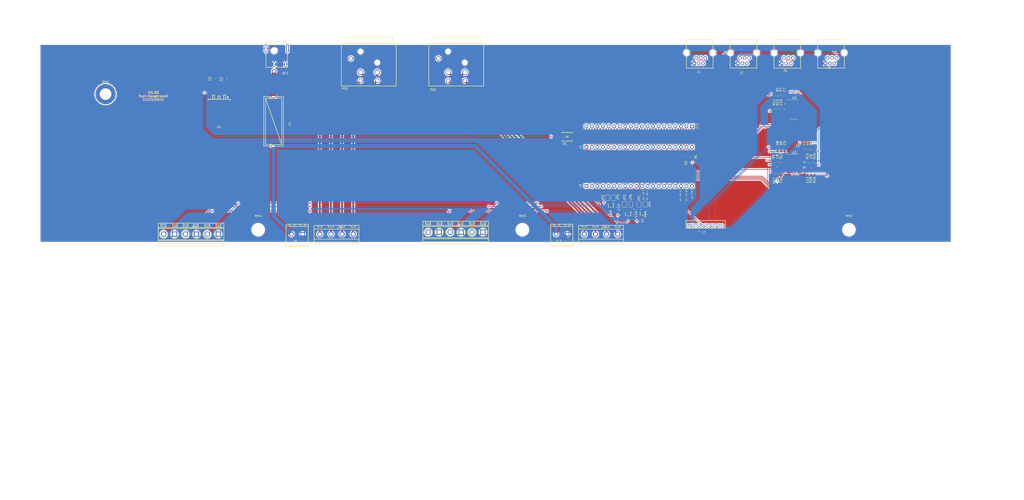
<source format=kicad_pcb>
(kicad_pcb (version 20171130) (host pcbnew "(5.1.10)-1")
  (layers (0 F.Cu signal) (31 B.Cu signal) (34 B.Paste user) (35 F.Paste user) (36 B.SilkS user) (37 F.SilkS user) (38 B.Mask user) (39 F.Mask user) (44 Edge.Cuts user))
  (net 0 "")
  (net 1 "Net-(C1-Pad1)")
  (net 2 GND)
  (net 3 +5V)
  (net 4 /Schmitt-Trigger_circuit/ST-RC_Circuit/1-3_OUT)
  (net 5 /Schmitt-Trigger_circuit/ST-RC_Circuit/1-2_OUT)
  (net 6 /Schmitt-Trigger_circuit/ST-RC_Circuit/1-1_OUT)
  (net 7 /Schmitt-Trigger_circuit/ST-RC_Circuit/1-6_OUT)
  (net 8 /Schmitt-Trigger_circuit/ST-RC_Circuit/1-5_OUT)
  (net 9 /Schmitt-Trigger_circuit/ST-RC_Circuit/1-4_OUT)
  (net 10 /Schmitt-Trigger_circuit/ST-RC_Circuit/2-1_OUT)
  (net 11 /Schmitt-Trigger_circuit/ST-RC_Circuit/2-2_OUT)
  (net 12 /VSYS)
  (net 13 GNDS)
  (net 14 +24V)
  (net 15 /GP15)
  (net 16 /GP14)
  (net 17 /GP13)
  (net 18 /GP12)
  (net 19 /GP11)
  (net 20 /GP10)
  (net 21 /GP9)
  (net 22 /GP8)
  (net 23 /GP7)
  (net 24 /GP6)
  (net 25 /SPI_CS_2)
  (net 26 /GP4)
  (net 27 /SPI_TX)
  (net 28 /SPI_SCK)
  (net 29 /SPI_CS)
  (net 30 /SPI_RX)
  (net 31 /VBUS)
  (net 32 /3V3_EN)
  (net 33 /3V3_OUT)
  (net 34 /ADC_REF)
  (net 35 /GP28)
  (net 36 /GP27)
  (net 37 /GP26)
  (net 38 /RUN)
  (net 39 /GP22)
  (net 40 /GP21)
  (net 41 /GP20)
  (net 42 /GP19)
  (net 43 /GP18)
  (net 44 /GP17)
  (net 45 /GP16)
  (net 46 /A1)
  (net 47 /A2)
  (net 48 /B1)
  (net 49 /B2)
  (net 50 /B2-2)
  (net 51 /B1-2)
  (net 52 /A2-2)
  (net 53 /A1-2)
  (net 54 "Net-(U3-Pad8)")
  (net 55 "Net-(U3-Pad10)")
  (net 56 "Net-(U3-Pad12)")
  (net 57 "Net-(U3-Pad6)")
  (net 58 "Net-(J7-Pad5)")
  (net 59 "Net-(J7-Pad1)")
  (net 60 /Switch_Limit1_Out)
  (net 61 /Switch_Limit2_Out)
  (net 62 /Switch_Limit3_Out)
  (net 63 /Switch_Limit4_Out)
  (net 64 /Switch_Down_Out)
  (net 65 /Switch_Up_Out)
  (net 66 /Switch_Turbo_Out)
  (net 67 /Switch_En\Dis_Out)
  (net 68 "Net-(MH2-Pad1)")
  (net 69 "Net-(MH3-Pad1)")
  (net 70 "Net-(MH4-Pad1)")
  (net 71 /Level_Shifter/Output3)
  (net 72 /Level_Shifter/Output2)
  (net 73 /Level_Shifter/Output1)
  (net 74 "Net-(U4-Pad1)")
  (net 75 "Net-(U5-Pad1)")
  (net 76 "Net-(U6-Pad1)")
  (net 77 "Net-(JP4-Pad1)")
  (net 78 "Net-(JP5-Pad1)")
  (net 79 "Net-(JP6-Pad1)")
  (module Jumper:SolderJumper-2_P1.3mm_Open_RoundedPad1.0x1.5mm (layer F.Cu) (at 270.256 73.406 90)
    (fp_text reference JP6 (at 3.302 0 90) (layer F.SilkS))
    (fp_text value Jumper_2_Open)
    (pad 2 smd custom (at 0.65 0 90) (size 1 0.5) (layers F.Cu F.Mask) (net 24 /GP6) (options (clearance outline) (anchor rect)) (primitives (gr_circle (center 0 0.25) (end 0.5 0.25) (width 0)) (gr_circle (center 0 -0.25) (end 0.5 -0.25) (width 0)) (gr_poly (pts (xy 0 -0.75) (xy -0.5 -0.75) (xy -0.5 0.75) (xy 0 0.75)) (width 0))))
    (pad 1 smd custom (at -0.65 0 90) (size 1 0.5) (layers F.Cu F.Mask) (net 79 "Net-(JP6-Pad1)") (options (clearance outline) (anchor rect)) (primitives (gr_circle (center 0 0.25) (end 0.5 0.25) (width 0)) (gr_circle (center 0 -0.25) (end 0.5 -0.25) (width 0)) (gr_poly (pts (xy 0 -0.75) (xy 0.5 -0.75) (xy 0.5 0.75) (xy 0 0.75)) (width 0))))
  )
  (module Jumper:SolderJumper-2_P1.3mm_Open_RoundedPad1.0x1.5mm (layer F.Cu) (at 262.382 70.358 90)
    (fp_text reference JP5 (at 0.254 2.032 90) (layer F.SilkS))
    (fp_text value Jumper_2_Open)
    (pad 2 smd custom (at 0.65 0 90) (size 1 0.5) (layers F.Cu F.Mask) (net 26 /GP4) (options (clearance outline) (anchor rect)) (primitives (gr_circle (center 0 0.25) (end 0.5 0.25) (width 0)) (gr_circle (center 0 -0.25) (end 0.5 -0.25) (width 0)) (gr_poly (pts (xy 0 -0.75) (xy -0.5 -0.75) (xy -0.5 0.75) (xy 0 0.75)) (width 0))))
    (pad 1 smd custom (at -0.65 0 90) (size 1 0.5) (layers F.Cu F.Mask) (net 78 "Net-(JP5-Pad1)") (options (clearance outline) (anchor rect)) (primitives (gr_circle (center 0 0.25) (end 0.5 0.25) (width 0)) (gr_circle (center 0 -0.25) (end 0.5 -0.25) (width 0)) (gr_poly (pts (xy 0 -0.75) (xy 0.5 -0.75) (xy 0.5 0.75) (xy 0 0.75)) (width 0))))
  )
  (module Jumper:SolderJumper-2_P1.3mm_Open_RoundedPad1.0x1.5mm (layer F.Cu) (at 276.86 73.406 90)
    (fp_text reference JP4 (at 0 2.032 90) (layer F.SilkS))
    (fp_text value Jumper_2_Open)
    (pad 2 smd custom (at 0.65 0 90) (size 1 0.5) (layers F.Cu F.Mask) (net 23 /GP7) (options (clearance outline) (anchor rect)) (primitives (gr_circle (center 0 0.25) (end 0.5 0.25) (width 0)) (gr_circle (center 0 -0.25) (end 0.5 -0.25) (width 0)) (gr_poly (pts (xy 0 -0.75) (xy -0.5 -0.75) (xy -0.5 0.75) (xy 0 0.75)) (width 0))))
    (pad 1 smd custom (at -0.65 0 90) (size 1 0.5) (layers F.Cu F.Mask) (net 77 "Net-(JP4-Pad1)") (options (clearance outline) (anchor rect)) (primitives (gr_circle (center 0 0.25) (end 0.5 0.25) (width 0)) (gr_circle (center 0 -0.25) (end 0.5 -0.25) (width 0)) (gr_poly (pts (xy 0 -0.75) (xy 0.5 -0.75) (xy 0.5 0.75) (xy 0 0.75)) (width 0))))
  )
  (module 0_Lift_02:CONN-TH_6P-P5.00_DB128V (layer F.Cu) (at 69.3 87)
    (fp_text reference J11 (at 0 -3.207) (layer F.SilkS) (effects (justify left)))
    (fp_text value Screw_Terminal_01x06)
    (pad 6 thru_hole circle (at 12.5 0) (size 2.5 2.5) (drill 1.7) (layers *.Cu *.Mask) (net 2 GND))
    (pad 5 thru_hole circle (at 7.5 0) (size 2.5 2.5) (drill 1.7) (layers *.Cu *.Mask) (net 71 /Level_Shifter/Output3))
    (pad 4 thru_hole circle (at 2.5 0) (size 2.5 2.5) (drill 1.7) (layers *.Cu *.Mask) (net 2 GND))
    (pad 3 thru_hole circle (at -2.5 0) (size 2.5 2.5) (drill 1.7) (layers *.Cu *.Mask) (net 72 /Level_Shifter/Output2))
    (pad 2 thru_hole circle (at -7.5 0) (size 2.5 2.5) (drill 1.7) (layers *.Cu *.Mask) (net 2 GND))
    (pad 1 thru_hole circle (at -12.5 0) (size 2.5 2.5) (drill 1.7) (layers *.Cu *.Mask) (net 73 /Level_Shifter/Output1))
  )
  (module 0_Lift_02:CONN-TH_6P-P5.00_DB128V (layer F.Cu) (at 190.246 86.106)
    (fp_text reference J8 (at 0 -3.207) (layer F.SilkS) (effects (justify left)))
    (fp_text value Screw_Terminal_01x06)
    (pad 6 thru_hole circle (at 12.5 0) (size 2.5 2.5) (drill 1.7) (layers *.Cu *.Mask) (net 2 GND))
    (pad 5 thru_hole circle (at 7.5 0) (size 2.5 2.5) (drill 1.7) (layers *.Cu *.Mask) (net 71 /Level_Shifter/Output3))
    (pad 4 thru_hole circle (at 2.5 0) (size 2.5 2.5) (drill 1.7) (layers *.Cu *.Mask) (net 2 GND))
    (pad 3 thru_hole circle (at -2.5 0) (size 2.5 2.5) (drill 1.7) (layers *.Cu *.Mask) (net 72 /Level_Shifter/Output2))
    (pad 2 thru_hole circle (at -7.5 0) (size 2.5 2.5) (drill 1.7) (layers *.Cu *.Mask) (net 2 GND))
    (pad 1 thru_hole circle (at -12.5 0) (size 2.5 2.5) (drill 1.7) (layers *.Cu *.Mask) (net 73 /Level_Shifter/Output1))
  )
  (module Jumper:SolderJumper-2_P1.3mm_Open_RoundedPad1.0x1.5mm (layer F.Cu) (at 259.588 70.358 270)
    (fp_text reference JP3 (at 0 2.032 90) (layer F.SilkS))
    (fp_text value Jumper_2_Open)
    (pad 2 smd custom (at 0.65 0 270) (size 1 0.5) (layers F.Cu F.Mask) (net 71 /Level_Shifter/Output3) (options (clearance outline) (anchor rect)) (primitives (gr_circle (center 0 0.25) (end 0.5 0.25) (width 0)) (gr_circle (center 0 -0.25) (end 0.5 -0.25) (width 0)) (gr_poly (pts (xy 0 -0.75) (xy -0.5 -0.75) (xy -0.5 0.75) (xy 0 0.75)) (width 0))))
    (pad 1 smd custom (at -0.65 0 270) (size 1 0.5) (layers F.Cu F.Mask) (net 26 /GP4) (options (clearance outline) (anchor rect)) (primitives (gr_circle (center 0 0.25) (end 0.5 0.25) (width 0)) (gr_circle (center 0 -0.25) (end 0.5 -0.25) (width 0)) (gr_poly (pts (xy 0 -0.75) (xy 0.5 -0.75) (xy 0.5 0.75) (xy 0 0.75)) (width 0))))
  )
  (module Jumper:SolderJumper-2_P1.3mm_Open_RoundedPad1.0x1.5mm (layer F.Cu) (at 267.462 73.406 270)
    (fp_text reference JP2 (at -3.048 0 90) (layer F.SilkS))
    (fp_text value Jumper_2_Open)
    (pad 2 smd custom (at 0.65 0 270) (size 1 0.5) (layers F.Cu F.Mask) (net 72 /Level_Shifter/Output2) (options (clearance outline) (anchor rect)) (primitives (gr_circle (center 0 0.25) (end 0.5 0.25) (width 0)) (gr_circle (center 0 -0.25) (end 0.5 -0.25) (width 0)) (gr_poly (pts (xy 0 -0.75) (xy -0.5 -0.75) (xy -0.5 0.75) (xy 0 0.75)) (width 0))))
    (pad 1 smd custom (at -0.65 0 270) (size 1 0.5) (layers F.Cu F.Mask) (net 24 /GP6) (options (clearance outline) (anchor rect)) (primitives (gr_circle (center 0 0.25) (end 0.5 0.25) (width 0)) (gr_circle (center 0 -0.25) (end 0.5 -0.25) (width 0)) (gr_poly (pts (xy 0 -0.75) (xy 0.5 -0.75) (xy 0.5 0.75) (xy 0 0.75)) (width 0))))
  )
  (module Jumper:SolderJumper-2_P1.3mm_Open_RoundedPad1.0x1.5mm (layer F.Cu) (at 274.066 73.406 270)
    (fp_text reference JP1 (at -2.936 0 90) (layer F.SilkS))
    (fp_text value Jumper_2_Open)
    (pad 2 smd custom (at 0.65 0 270) (size 1 0.5) (layers F.Cu F.Mask) (net 73 /Level_Shifter/Output1) (options (clearance outline) (anchor rect)) (primitives (gr_circle (center 0 0.25) (end 0.5 0.25) (width 0)) (gr_circle (center 0 -0.25) (end 0.5 -0.25) (width 0)) (gr_poly (pts (xy 0 -0.75) (xy -0.5 -0.75) (xy -0.5 0.75) (xy 0 0.75)) (width 0))))
    (pad 1 smd custom (at -0.65 0 270) (size 1 0.5) (layers F.Cu F.Mask) (net 23 /GP7) (options (clearance outline) (anchor rect)) (primitives (gr_circle (center 0 0.25) (end 0.5 0.25) (width 0)) (gr_circle (center 0 -0.25) (end 0.5 -0.25) (width 0)) (gr_poly (pts (xy 0 -0.75) (xy 0.5 -0.75) (xy 0.5 0.75) (xy 0 0.75)) (width 0))))
  )
  (module 0_Lift_02:SC-70-5_L2.1-W1.3-P0.65-LS2.1-BR (layer F.Cu) (at 261.172 74.04 90)
    (fp_text reference U6 (at -4.11 -0.16 90) (layer F.SilkS) (effects (justify left)))
    (fp_text value SN74LV1T34DCKR)
    (pad 1 smd rect (at 1.1 0.65 180) (size 0.4 0.9) (layers F.Cu F.Paste F.Mask) (net 76 "Net-(U6-Pad1)"))
    (pad 2 smd rect (at 1.1 0 180) (size 0.4 0.9) (layers F.Cu F.Paste F.Mask) (net 78 "Net-(JP5-Pad1)"))
    (pad 3 smd rect (at 1.1 -0.65 180) (size 0.4 0.9) (layers F.Cu F.Paste F.Mask) (net 2 GND))
    (pad 4 smd rect (at -1.1 -0.65 180) (size 0.4 0.9) (layers F.Cu F.Paste F.Mask) (net 71 /Level_Shifter/Output3))
    (pad 5 smd rect (at -1.1 0.65 180) (size 0.4 0.9) (layers F.Cu F.Paste F.Mask) (net 3 +5V))
  )
  (module 0_Lift_02:SC-70-5_L2.1-W1.3-P0.65-LS2.1-BR (layer F.Cu) (at 269.064 77.934 90)
    (fp_text reference U5 (at -4.13 -0.03 90) (layer F.SilkS) (effects (justify left)))
    (fp_text value SN74LV1T34DCKR)
    (pad 1 smd rect (at 1.1 0.65 180) (size 0.4 0.9) (layers F.Cu F.Paste F.Mask) (net 75 "Net-(U5-Pad1)"))
    (pad 2 smd rect (at 1.1 0 180) (size 0.4 0.9) (layers F.Cu F.Paste F.Mask) (net 79 "Net-(JP6-Pad1)"))
    (pad 3 smd rect (at 1.1 -0.65 180) (size 0.4 0.9) (layers F.Cu F.Paste F.Mask) (net 2 GND))
    (pad 4 smd rect (at -1.1 -0.65 180) (size 0.4 0.9) (layers F.Cu F.Paste F.Mask) (net 72 /Level_Shifter/Output2))
    (pad 5 smd rect (at -1.1 0.65 180) (size 0.4 0.9) (layers F.Cu F.Paste F.Mask) (net 3 +5V))
  )
  (module 0_Lift_02:SC-70-5_L2.1-W1.3-P0.65-LS2.1-BR (layer F.Cu) (at 275.732 77.784 90)
    (fp_text reference U4 (at -4.15 -0.07 90) (layer F.SilkS) (effects (justify left)))
    (fp_text value SN74LV1T34DCKR)
    (pad 1 smd rect (at 1.1 0.65 180) (size 0.4 0.9) (layers F.Cu F.Paste F.Mask) (net 74 "Net-(U4-Pad1)"))
    (pad 2 smd rect (at 1.1 0 180) (size 0.4 0.9) (layers F.Cu F.Paste F.Mask) (net 77 "Net-(JP4-Pad1)"))
    (pad 3 smd rect (at 1.1 -0.65 180) (size 0.4 0.9) (layers F.Cu F.Paste F.Mask) (net 2 GND))
    (pad 4 smd rect (at -1.1 -0.65 180) (size 0.4 0.9) (layers F.Cu F.Paste F.Mask) (net 73 /Level_Shifter/Output1))
    (pad 5 smd rect (at -1.1 0.65 180) (size 0.4 0.9) (layers F.Cu F.Paste F.Mask) (net 3 +5V))
  )
  (module Capacitor_SMD:C_0603_1608Metric_Pad1.08x0.95mm_HandSolder (layer F.Cu) (at 271.224 77.984 90)
    (fp_text reference C15 (at 0.07 1.46 90) (layer F.SilkS))
    (fp_text value 100nF)
    (pad 2 smd roundrect (at 0.8625 0 90) (size 1.075 0.95) (layers F.Cu F.Paste F.Mask) (net 2 GND))
    (pad 1 smd roundrect (at -0.8625 0 90) (size 1.075 0.95) (layers F.Cu F.Paste F.Mask) (net 3 +5V))
  )
  (module Capacitor_SMD:C_0603_1608Metric_Pad1.08x0.95mm_HandSolder (layer F.Cu) (at 278.384 77.978 90)
    (fp_text reference C14 (at 0 -1.43 90) (layer F.SilkS))
    (fp_text value 100nF)
    (pad 2 smd roundrect (at 0.8625 0 90) (size 1.075 0.95) (layers F.Cu F.Paste F.Mask) (net 2 GND))
    (pad 1 smd roundrect (at -0.8625 0 90) (size 1.075 0.95) (layers F.Cu F.Paste F.Mask) (net 3 +5V))
  )
  (module Capacitor_SMD:C_0603_1608Metric_Pad1.08x0.95mm_HandSolder (layer F.Cu) (at 263.398 74.676 90)
    (fp_text reference C13 (at -0.0265 1.464 90) (layer F.SilkS))
    (fp_text value 100nF)
    (pad 2 smd roundrect (at 0.8625 0 90) (size 1.075 0.95) (layers F.Cu F.Paste F.Mask) (net 2 GND))
    (pad 1 smd roundrect (at -0.8625 0 90) (size 1.075 0.95) (layers F.Cu F.Paste F.Mask) (net 3 +5V))
  )
  (module 0_Lift_02:CONN-TH_4P-P5.00_DB127V-5.0-4P-GN-S (layer F.Cu) (at 256.7 87)
    (fp_text reference J14 (at 0 -3.207) (layer F.SilkS) (effects (justify left)))
    (fp_text value Screw_Terminal_01x04)
    (pad 4 thru_hole circle (at 7.62 0) (size 2.4 2.4) (drill 1.5) (layers *.Cu *.Mask) (net 50 /B2-2))
    (pad 3 thru_hole circle (at 2.54 0) (size 2.4 2.4) (drill 1.5) (layers *.Cu *.Mask) (net 51 /B1-2))
    (pad 2 thru_hole circle (at -2.54 0) (size 2.4 2.4) (drill 1.5) (layers *.Cu *.Mask) (net 52 /A2-2))
    (pad 1 thru_hole circle (at -7.62 0) (size 2.4 2.4) (drill 1.5) (layers *.Cu *.Mask) (net 53 /A1-2))
  )
  (module 0_Lift_02:CONN-TH_2P-P5.00_WJ500V-5.08-2P (layer F.Cu) (at 238.7 87 180)
    (fp_text reference J13 (at 0 -3.207) (layer F.SilkS) (effects (justify right)))
    (fp_text value Screw_Terminal_01x02)
    (pad 1 thru_hole circle (at -2.54 0) (size 2 2) (drill 1.3) (layers *.Cu *.Mask) (net 2 GND))
    (pad 2 thru_hole circle (at 2.54 0) (size 2 2) (drill 1.3) (layers *.Cu *.Mask) (net 14 +24V))
  )
  (module 0_Lift_02:CONN-TH_4P-P5.00_DB127V-5.0-4P-GN-S (layer F.Cu) (at 135.8 87)
    (fp_text reference J10 (at 0 -3.207) (layer F.SilkS) (effects (justify left)))
    (fp_text value Screw_Terminal_01x04)
    (pad 4 thru_hole circle (at 7.62 0) (size 2.4 2.4) (drill 1.5) (layers *.Cu *.Mask) (net 49 /B2))
    (pad 3 thru_hole circle (at 2.54 0) (size 2.4 2.4) (drill 1.5) (layers *.Cu *.Mask) (net 48 /B1))
    (pad 2 thru_hole circle (at -2.54 0) (size 2.4 2.4) (drill 1.5) (layers *.Cu *.Mask) (net 47 /A2))
    (pad 1 thru_hole circle (at -7.62 0) (size 2.4 2.4) (drill 1.5) (layers *.Cu *.Mask) (net 46 /A1))
  )
  (module 0_Lift_02:CONN-TH_2P-P5.00_WJ500V-5.08-2P (layer F.Cu) (at 117.8 87 180)
    (fp_text reference J9 (at 0 -3.207) (layer F.SilkS) (effects (justify right)))
    (fp_text value Screw_Terminal_01x02)
    (pad 1 thru_hole circle (at -2.54 0) (size 2 2) (drill 1.3) (layers *.Cu *.Mask) (net 2 GND))
    (pad 2 thru_hole circle (at 2.54 0) (size 2 2) (drill 1.3) (layers *.Cu *.Mask) (net 14 +24V))
  )
  (module 0_Lift_02:CONN-TH_B11B-ZR-LF-SN (layer F.Cu) (at 304.5 83 180)
    (fp_text reference J7 (at 0 -3.207) (layer F.SilkS) (effects (justify right)))
    (fp_text value Conn_01x11)
    (pad 1 thru_hole rect (at 7.5 0 180) (size 1.2 1.2) (drill 0.8) (layers *.Cu *.Mask) (net 59 "Net-(J7-Pad1)"))
    (pad 2 thru_hole circle (at 6 0 180) (size 1.2 1.2) (drill 0.8) (layers *.Cu *.Mask) (net 3 +5V))
    (pad 3 thru_hole circle (at 4.5 0 180) (size 1.2 1.2) (drill 0.8) (layers *.Cu *.Mask) (net 67 /Switch_En\Dis_Out))
    (pad 4 thru_hole circle (at 3 0 180) (size 1.2 1.2) (drill 0.8) (layers *.Cu *.Mask) (net 2 GND))
    (pad 5 thru_hole circle (at 1.5 0 180) (size 1.2 1.2) (drill 0.8) (layers *.Cu *.Mask) (net 58 "Net-(J7-Pad5)"))
    (pad 6 thru_hole circle (at 0 0 180) (size 1.2 1.2) (drill 0.8) (layers *.Cu *.Mask) (net 3 +5V))
    (pad 7 thru_hole circle (at -1.5 0 180) (size 1.2 1.2) (drill 0.8) (layers *.Cu *.Mask) (net 66 /Switch_Turbo_Out))
    (pad 8 thru_hole circle (at -3 0 180) (size 1.2 1.2) (drill 0.8) (layers *.Cu *.Mask) (net 2 GND))
    (pad 9 thru_hole circle (at -4.5 0 180) (size 1.2 1.2) (drill 0.8) (layers *.Cu *.Mask) (net 65 /Switch_Up_Out))
    (pad 10 thru_hole circle (at -6 0 180) (size 1.2 1.2) (drill 0.8) (layers *.Cu *.Mask) (net 2 GND))
    (pad 11 thru_hole circle (at -7.5 0 180) (size 1.2 1.2) (drill 0.8) (layers *.Cu *.Mask) (net 64 /Switch_Down_Out))
  )
  (module Capacitor_SMD:C_0603_1608Metric_Pad1.08x0.95mm_HandSolder (layer F.Cu) (at 346.6 48.2)
    (fp_text reference C4 (at 0 -1.43) (layer F.SilkS))
    (fp_text value 100nF)
    (pad 2 smd roundrect (at 0.8625 0) (size 1.075 0.95) (layers F.Cu F.Paste F.Mask) (net 33 /3V3_OUT))
    (pad 1 smd roundrect (at -0.8625 0) (size 1.075 0.95) (layers F.Cu F.Paste F.Mask) (net 2 GND))
  )
  (module Capacitor_SMD:C_0603_1608Metric_Pad1.08x0.95mm_HandSolder (layer F.Cu) (at 346.6 23.2)
    (fp_text reference C3 (at 0 -1.43) (layer F.SilkS))
    (fp_text value 100nF)
    (pad 2 smd roundrect (at 0.8625 0) (size 1.075 0.95) (layers F.Cu F.Paste F.Mask) (net 33 /3V3_OUT))
    (pad 1 smd roundrect (at -0.8625 0) (size 1.075 0.95) (layers F.Cu F.Paste F.Mask) (net 2 GND))
  )
  (module Resistor_SMD:R_0603_1608Metric_Pad0.98x0.95mm_HandSolder (layer F.Cu) (at 337.4 48.2 90)
    (fp_text reference R8 (at 2.8 0 270) (layer F.SilkS))
    (fp_text value 300K)
    (pad 2 smd roundrect (at 0.9125 0 90) (size 0.975 0.95) (layers F.Cu F.Paste F.Mask) (net 65 /Switch_Up_Out))
    (pad 1 smd roundrect (at -0.9125 0 90) (size 0.975 0.95) (layers F.Cu F.Paste F.Mask) (net 33 /3V3_OUT))
  )
  (module Resistor_SMD:R_0603_1608Metric_Pad0.98x0.95mm_HandSolder (layer F.Cu) (at 339 48.2 90)
    (fp_text reference R5 (at 2.8 0 270) (layer F.SilkS))
    (fp_text value 200K)
    (pad 2 smd roundrect (at 0.9125 0 90) (size 0.975 0.95) (layers F.Cu F.Paste F.Mask) (net 65 /Switch_Up_Out))
    (pad 1 smd roundrect (at -0.9125 0 90) (size 0.975 0.95) (layers F.Cu F.Paste F.Mask) (net 6 /Schmitt-Trigger_circuit/ST-RC_Circuit/1-1_OUT))
  )
  (module Resistor_SMD:R_0603_1608Metric_Pad0.98x0.95mm_HandSolder (layer F.Cu) (at 352.575 59.25 270)
    (fp_text reference R18 (at 3 0.075 90) (layer F.SilkS))
    (fp_text value 200K)
    (pad 2 smd roundrect (at 0.9125 0 270) (size 0.975 0.95) (layers F.Cu F.Paste F.Mask) (net 63 /Switch_Limit4_Out))
    (pad 1 smd roundrect (at -0.9125 0 270) (size 0.975 0.95) (layers F.Cu F.Paste F.Mask) (net 7 /Schmitt-Trigger_circuit/ST-RC_Circuit/1-6_OUT))
  )
  (module Resistor_SMD:R_0603_1608Metric_Pad0.98x0.95mm_HandSolder (layer F.Cu) (at 337.4 59.2125 270)
    (fp_text reference R17 (at 3.2875 0 90) (layer F.SilkS))
    (fp_text value 200K)
    (pad 2 smd roundrect (at 0.9125 0 270) (size 0.975 0.95) (layers F.Cu F.Paste F.Mask) (net 60 /Switch_Limit1_Out))
    (pad 1 smd roundrect (at -0.9125 0 270) (size 0.975 0.95) (layers F.Cu F.Paste F.Mask) (net 4 /Schmitt-Trigger_circuit/ST-RC_Circuit/1-3_OUT))
  )
  (module Resistor_SMD:R_0603_1608Metric_Pad0.98x0.95mm_HandSolder (layer F.Cu) (at 354.25 59.25 270)
    (fp_text reference R16 (at 3 0 90) (layer F.SilkS))
    (fp_text value 300K)
    (pad 2 smd roundrect (at 0.9125 0 270) (size 0.975 0.95) (layers F.Cu F.Paste F.Mask) (net 63 /Switch_Limit4_Out))
    (pad 1 smd roundrect (at -0.9125 0 270) (size 0.975 0.95) (layers F.Cu F.Paste F.Mask) (net 33 /3V3_OUT))
  )
  (module Resistor_SMD:R_0603_1608Metric_Pad0.98x0.95mm_HandSolder (layer F.Cu) (at 337.4 29.8 270)
    (fp_text reference R15 (at -3 0 90) (layer F.SilkS))
    (fp_text value 200K)
    (pad 2 smd roundrect (at 0.9125 0 270) (size 0.975 0.95) (layers F.Cu F.Paste F.Mask) (net 66 /Switch_Turbo_Out))
    (pad 1 smd roundrect (at -0.9125 0 270) (size 0.975 0.95) (layers F.Cu F.Paste F.Mask) (net 11 /Schmitt-Trigger_circuit/ST-RC_Circuit/2-2_OUT))
  )
  (module Resistor_SMD:R_0603_1608Metric_Pad0.98x0.95mm_HandSolder (layer F.Cu) (at 335.8 59.2 270)
    (fp_text reference R14 (at 3.3 0 90) (layer F.SilkS))
    (fp_text value 300K)
    (pad 2 smd roundrect (at 0.9125 0 270) (size 0.975 0.95) (layers F.Cu F.Paste F.Mask) (net 60 /Switch_Limit1_Out))
    (pad 1 smd roundrect (at -0.9125 0 270) (size 0.975 0.95) (layers F.Cu F.Paste F.Mask) (net 33 /3V3_OUT))
  )
  (module Resistor_SMD:R_0603_1608Metric_Pad0.98x0.95mm_HandSolder (layer F.Cu) (at 351 54.4 90)
    (fp_text reference R13 (at 3 0 90) (layer F.SilkS))
    (fp_text value 200K)
    (pad 2 smd roundrect (at 0.9125 0 90) (size 0.975 0.95) (layers F.Cu F.Paste F.Mask) (net 62 /Switch_Limit3_Out))
    (pad 1 smd roundrect (at -0.9125 0 90) (size 0.975 0.95) (layers F.Cu F.Paste F.Mask) (net 8 /Schmitt-Trigger_circuit/ST-RC_Circuit/1-5_OUT))
  )
  (module Resistor_SMD:R_0603_1608Metric_Pad0.98x0.95mm_HandSolder (layer F.Cu) (at 339 54.25 90)
    (fp_text reference R12 (at 3 0 90) (layer F.SilkS))
    (fp_text value 200K)
    (pad 2 smd roundrect (at 0.9125 0 90) (size 0.975 0.95) (layers F.Cu F.Paste F.Mask) (net 64 /Switch_Down_Out))
    (pad 1 smd roundrect (at -0.9125 0 90) (size 0.975 0.95) (layers F.Cu F.Paste F.Mask) (net 5 /Schmitt-Trigger_circuit/ST-RC_Circuit/1-2_OUT))
  )
  (module Resistor_SMD:R_0603_1608Metric_Pad0.98x0.95mm_HandSolder (layer F.Cu) (at 335.8 29.8 270)
    (fp_text reference R11 (at -3 0 90) (layer F.SilkS))
    (fp_text value 300K)
    (pad 2 smd roundrect (at 0.9125 0 270) (size 0.975 0.95) (layers F.Cu F.Paste F.Mask) (net 66 /Switch_Turbo_Out))
    (pad 1 smd roundrect (at -0.9125 0 270) (size 0.975 0.95) (layers F.Cu F.Paste F.Mask) (net 33 /3V3_OUT))
  )
  (module Resistor_SMD:R_0603_1608Metric_Pad0.98x0.95mm_HandSolder (layer F.Cu) (at 354.2 54.4 90)
    (fp_text reference R10 (at 3 0 90) (layer F.SilkS))
    (fp_text value 300K)
    (pad 2 smd roundrect (at 0.9125 0 90) (size 0.975 0.95) (layers F.Cu F.Paste F.Mask) (net 62 /Switch_Limit3_Out))
    (pad 1 smd roundrect (at -0.9125 0 90) (size 0.975 0.95) (layers F.Cu F.Paste F.Mask) (net 33 /3V3_OUT))
  )
  (module Resistor_SMD:R_0603_1608Metric_Pad0.98x0.95mm_HandSolder (layer F.Cu) (at 335.5 54.25 90)
    (fp_text reference R9 (at 2.6 0 90) (layer F.SilkS))
    (fp_text value 300K)
    (pad 2 smd roundrect (at 0.9125 0 90) (size 0.975 0.95) (layers F.Cu F.Paste F.Mask) (net 64 /Switch_Down_Out))
    (pad 1 smd roundrect (at -0.9125 0 90) (size 0.975 0.95) (layers F.Cu F.Paste F.Mask) (net 33 /3V3_OUT))
  )
  (module Resistor_SMD:R_0603_1608Metric_Pad0.98x0.95mm_HandSolder (layer F.Cu) (at 338.8 23.8 90)
    (fp_text reference R7 (at 2.8 -0.05 90) (layer F.SilkS))
    (fp_text value 200K)
    (pad 2 smd roundrect (at 0.9125 0 90) (size 0.975 0.95) (layers F.Cu F.Paste F.Mask) (net 67 /Switch_En\Dis_Out))
    (pad 1 smd roundrect (at -0.9125 0 90) (size 0.975 0.95) (layers F.Cu F.Paste F.Mask) (net 10 /Schmitt-Trigger_circuit/ST-RC_Circuit/2-1_OUT))
  )
  (module Resistor_SMD:R_0603_1608Metric_Pad0.98x0.95mm_HandSolder (layer F.Cu) (at 351.2 48.2 90)
    (fp_text reference R6 (at 2.8 0 90) (layer F.SilkS))
    (fp_text value 200K)
    (pad 2 smd roundrect (at 0.9125 0 90) (size 0.975 0.95) (layers F.Cu F.Paste F.Mask) (net 61 /Switch_Limit2_Out))
    (pad 1 smd roundrect (at -0.9125 0 90) (size 0.975 0.95) (layers F.Cu F.Paste F.Mask) (net 9 /Schmitt-Trigger_circuit/ST-RC_Circuit/1-4_OUT))
  )
  (module Resistor_SMD:R_0603_1608Metric_Pad0.98x0.95mm_HandSolder (layer F.Cu) (at 337.2 23.8 90)
    (fp_text reference R4 (at 2.8 0.05 90) (layer F.SilkS))
    (fp_text value 300K)
    (pad 2 smd roundrect (at 0.9125 0 90) (size 0.975 0.95) (layers F.Cu F.Paste F.Mask) (net 67 /Switch_En\Dis_Out))
    (pad 1 smd roundrect (at -0.9125 0 90) (size 0.975 0.95) (layers F.Cu F.Paste F.Mask) (net 33 /3V3_OUT))
  )
  (module Resistor_SMD:R_0603_1608Metric_Pad0.98x0.95mm_HandSolder (layer F.Cu) (at 352.8 48.2 90)
    (fp_text reference R3 (at 2.8 0 90) (layer F.SilkS))
    (fp_text value 300K)
    (pad 2 smd roundrect (at 0.9125 0 90) (size 0.975 0.95) (layers F.Cu F.Paste F.Mask) (net 61 /Switch_Limit2_Out))
    (pad 1 smd roundrect (at -0.9125 0 90) (size 0.975 0.95) (layers F.Cu F.Paste F.Mask) (net 33 /3V3_OUT))
  )
  (module Capacitor_SMD:C_0603_1608Metric_Pad1.08x0.95mm_HandSolder (layer F.Cu) (at 351 59.25 270)
    (fp_text reference C12 (at 3 0 90) (layer F.SilkS))
    (fp_text value 100nF)
    (pad 2 smd roundrect (at 0.8625 0 270) (size 1.075 0.95) (layers F.Cu F.Paste F.Mask) (net 2 GND))
    (pad 1 smd roundrect (at -0.8625 0 270) (size 1.075 0.95) (layers F.Cu F.Paste F.Mask) (net 7 /Schmitt-Trigger_circuit/ST-RC_Circuit/1-6_OUT))
  )
  (module Capacitor_SMD:C_0603_1608Metric_Pad1.08x0.95mm_HandSolder (layer F.Cu) (at 339 59.2 270)
    (fp_text reference C11 (at 3 0 90) (layer F.SilkS))
    (fp_text value 100nF)
    (pad 2 smd roundrect (at 0.8625 0 270) (size 1.075 0.95) (layers F.Cu F.Paste F.Mask) (net 2 GND))
    (pad 1 smd roundrect (at -0.8625 0 270) (size 1.075 0.95) (layers F.Cu F.Paste F.Mask) (net 4 /Schmitt-Trigger_circuit/ST-RC_Circuit/1-3_OUT))
  )
  (module Capacitor_SMD:C_0603_1608Metric_Pad1.08x0.95mm_HandSolder (layer F.Cu) (at 339 29.8 270)
    (fp_text reference C10 (at -3 0 90) (layer F.SilkS))
    (fp_text value 100nF)
    (pad 2 smd roundrect (at 0.8625 0 270) (size 1.075 0.95) (layers F.Cu F.Paste F.Mask) (net 2 GND))
    (pad 1 smd roundrect (at -0.8625 0 270) (size 1.075 0.95) (layers F.Cu F.Paste F.Mask) (net 11 /Schmitt-Trigger_circuit/ST-RC_Circuit/2-2_OUT))
  )
  (module Capacitor_SMD:C_0603_1608Metric_Pad1.08x0.95mm_HandSolder (layer F.Cu) (at 352.6 54.4 270)
    (fp_text reference C9 (at -2.9 -0.15 90) (layer F.SilkS))
    (fp_text value 100nF)
    (pad 2 smd roundrect (at 0.8625 0 270) (size 1.075 0.95) (layers F.Cu F.Paste F.Mask) (net 2 GND))
    (pad 1 smd roundrect (at -0.8625 0 270) (size 1.075 0.95) (layers F.Cu F.Paste F.Mask) (net 8 /Schmitt-Trigger_circuit/ST-RC_Circuit/1-5_OUT))
  )
  (module Capacitor_SMD:C_0603_1608Metric_Pad1.08x0.95mm_HandSolder (layer F.Cu) (at 337.25 54.25 270)
    (fp_text reference C8 (at -2.75 0 90) (layer F.SilkS))
    (fp_text value 100nF)
    (pad 2 smd roundrect (at 0.8625 0 270) (size 1.075 0.95) (layers F.Cu F.Paste F.Mask) (net 2 GND))
    (pad 1 smd roundrect (at -0.8625 0 270) (size 1.075 0.95) (layers F.Cu F.Paste F.Mask) (net 5 /Schmitt-Trigger_circuit/ST-RC_Circuit/1-2_OUT))
  )
  (module Capacitor_SMD:C_0603_1608Metric_Pad1.08x0.95mm_HandSolder (layer F.Cu) (at 340.4 23.8 90)
    (fp_text reference C7 (at 2.8 0.1 90) (layer F.SilkS))
    (fp_text value 100nF)
    (pad 2 smd roundrect (at 0.8625 0 90) (size 1.075 0.95) (layers F.Cu F.Paste F.Mask) (net 2 GND))
    (pad 1 smd roundrect (at -0.8625 0 90) (size 1.075 0.95) (layers F.Cu F.Paste F.Mask) (net 10 /Schmitt-Trigger_circuit/ST-RC_Circuit/2-1_OUT))
  )
  (module Capacitor_SMD:C_0603_1608Metric_Pad1.08x0.95mm_HandSolder (layer F.Cu) (at 349.6 48.2 90)
    (fp_text reference C6 (at 2.8 0 90) (layer F.SilkS))
    (fp_text value 100nF)
    (pad 2 smd roundrect (at 0.8625 0 90) (size 1.075 0.95) (layers F.Cu F.Paste F.Mask) (net 2 GND))
    (pad 1 smd roundrect (at -0.8625 0 90) (size 1.075 0.95) (layers F.Cu F.Paste F.Mask) (net 9 /Schmitt-Trigger_circuit/ST-RC_Circuit/1-4_OUT))
  )
  (module Capacitor_SMD:C_0603_1608Metric_Pad1.08x0.95mm_HandSolder (layer F.Cu) (at 340.6 48.2 90)
    (fp_text reference C5 (at 2.8 0 270) (layer F.SilkS))
    (fp_text value 100nF)
    (pad 2 smd roundrect (at 0.8625 0 90) (size 1.075 0.95) (layers F.Cu F.Paste F.Mask) (net 2 GND))
    (pad 1 smd roundrect (at -0.8625 0 90) (size 1.075 0.95) (layers F.Cu F.Paste F.Mask) (net 6 /Schmitt-Trigger_circuit/ST-RC_Circuit/1-1_OUT))
  )
  (module MountingHole:MountingHole_5.3mm_M5 (layer F.Cu) (at 100 85)
    (fp_text reference MH4 (at 0 -6.3) (layer F.SilkS))
    (fp_text value MountingHole)
    (pad 1 np_thru_hole circle (at 0 0) (size 5.3 5.3) (drill 5.3) (layers *.Cu *.Mask) (net 70 "Net-(MH4-Pad1)"))
  )
  (module MountingHole:MountingHole_5.3mm_M5 (layer F.Cu) (at 220.75 85)
    (fp_text reference MH3 (at 0 -6.3) (layer F.SilkS))
    (fp_text value MountingHole)
    (pad 1 np_thru_hole circle (at 0 0) (size 5.3 5.3) (drill 5.3) (layers *.Cu *.Mask) (net 69 "Net-(MH3-Pad1)"))
  )
  (module MountingHole:MountingHole_5.3mm_M5 (layer F.Cu) (at 370 85)
    (fp_text reference MH2 (at 0 -6.3) (layer F.SilkS))
    (fp_text value MountingHole)
    (pad 1 np_thru_hole circle (at 0 0) (size 5.3 5.3) (drill 5.3) (layers *.Cu *.Mask) (net 68 "Net-(MH2-Pad1)"))
  )
  (module MountingHole:MountingHole_5.3mm_M5_DIN965_Pad (layer F.Cu) (at 30.25 23)
    (fp_text reference MH1 (at 0 -5.6) (layer F.SilkS))
    (fp_text value MountingHole)
    (pad 1 thru_hole circle (at 0 0) (size 9.2 9.2) (drill 5.3) (layers *.Cu *.Mask) (net 13 GNDS))
  )
  (module Package_SO:SOIC-14_3.9x8.7mm_P1.27mm (layer F.Cu) (at 345 55)
    (fp_text reference U2 (at 0 -5.28) (layer F.SilkS))
    (fp_text value SN74LVC14ADR)
    (pad 14 smd roundrect (at 2.475 -3.81) (size 1.95 0.6) (layers F.Cu F.Paste F.Mask) (net 33 /3V3_OUT))
    (pad 13 smd roundrect (at 2.475 -2.54) (size 1.95 0.6) (layers F.Cu F.Paste F.Mask) (net 9 /Schmitt-Trigger_circuit/ST-RC_Circuit/1-4_OUT))
    (pad 12 smd roundrect (at 2.475 -1.27) (size 1.95 0.6) (layers F.Cu F.Paste F.Mask) (net 17 /GP13))
    (pad 11 smd roundrect (at 2.475 0) (size 1.95 0.6) (layers F.Cu F.Paste F.Mask) (net 8 /Schmitt-Trigger_circuit/ST-RC_Circuit/1-5_OUT))
    (pad 10 smd roundrect (at 2.475 1.27) (size 1.95 0.6) (layers F.Cu F.Paste F.Mask) (net 16 /GP14))
    (pad 9 smd roundrect (at 2.475 2.54) (size 1.95 0.6) (layers F.Cu F.Paste F.Mask) (net 7 /Schmitt-Trigger_circuit/ST-RC_Circuit/1-6_OUT))
    (pad 8 smd roundrect (at 2.475 3.81) (size 1.95 0.6) (layers F.Cu F.Paste F.Mask) (net 15 /GP15))
    (pad 7 smd roundrect (at -2.475 3.81) (size 1.95 0.6) (layers F.Cu F.Paste F.Mask) (net 2 GND))
    (pad 6 smd roundrect (at -2.475 2.54) (size 1.95 0.6) (layers F.Cu F.Paste F.Mask) (net 18 /GP12))
    (pad 5 smd roundrect (at -2.475 1.27) (size 1.95 0.6) (layers F.Cu F.Paste F.Mask) (net 4 /Schmitt-Trigger_circuit/ST-RC_Circuit/1-3_OUT))
    (pad 4 smd roundrect (at -2.475 0) (size 1.95 0.6) (layers F.Cu F.Paste F.Mask) (net 19 /GP11))
    (pad 3 smd roundrect (at -2.475 -1.27) (size 1.95 0.6) (layers F.Cu F.Paste F.Mask) (net 5 /Schmitt-Trigger_circuit/ST-RC_Circuit/1-2_OUT))
    (pad 2 smd roundrect (at -2.475 -2.54) (size 1.95 0.6) (layers F.Cu F.Paste F.Mask) (net 20 /GP10))
    (pad 1 smd roundrect (at -2.475 -3.81) (size 1.95 0.6) (layers F.Cu F.Paste F.Mask) (net 6 /Schmitt-Trigger_circuit/ST-RC_Circuit/1-1_OUT))
  )
  (module Package_SO:SOIC-14_3.9x8.7mm_P1.27mm (layer F.Cu) (at 345 30)
    (fp_text reference U3 (at 0 -5.28) (layer F.SilkS))
    (fp_text value SN74LVC14ADR)
    (pad 14 smd roundrect (at 2.475 -3.81) (size 1.95 0.6) (layers F.Cu F.Paste F.Mask) (net 33 /3V3_OUT))
    (pad 13 smd roundrect (at 2.475 -2.54) (size 1.95 0.6) (layers F.Cu F.Paste F.Mask) (net 2 GND))
    (pad 12 smd roundrect (at 2.475 -1.27) (size 1.95 0.6) (layers F.Cu F.Paste F.Mask) (net 56 "Net-(U3-Pad12)"))
    (pad 11 smd roundrect (at 2.475 0) (size 1.95 0.6) (layers F.Cu F.Paste F.Mask) (net 2 GND))
    (pad 10 smd roundrect (at 2.475 1.27) (size 1.95 0.6) (layers F.Cu F.Paste F.Mask) (net 55 "Net-(U3-Pad10)"))
    (pad 9 smd roundrect (at 2.475 2.54) (size 1.95 0.6) (layers F.Cu F.Paste F.Mask) (net 2 GND))
    (pad 8 smd roundrect (at 2.475 3.81) (size 1.95 0.6) (layers F.Cu F.Paste F.Mask) (net 54 "Net-(U3-Pad8)"))
    (pad 7 smd roundrect (at -2.475 3.81) (size 1.95 0.6) (layers F.Cu F.Paste F.Mask) (net 2 GND))
    (pad 6 smd roundrect (at -2.475 2.54) (size 1.95 0.6) (layers F.Cu F.Paste F.Mask) (net 57 "Net-(U3-Pad6)"))
    (pad 5 smd roundrect (at -2.475 1.27) (size 1.95 0.6) (layers F.Cu F.Paste F.Mask) (net 2 GND))
    (pad 4 smd roundrect (at -2.475 0) (size 1.95 0.6) (layers F.Cu F.Paste F.Mask) (net 21 /GP9))
    (pad 3 smd roundrect (at -2.475 -1.27) (size 1.95 0.6) (layers F.Cu F.Paste F.Mask) (net 11 /Schmitt-Trigger_circuit/ST-RC_Circuit/2-2_OUT))
    (pad 2 smd roundrect (at -2.475 -2.54) (size 1.95 0.6) (layers F.Cu F.Paste F.Mask) (net 22 /GP8))
    (pad 1 smd roundrect (at -2.475 -3.81) (size 1.95 0.6) (layers F.Cu F.Paste F.Mask) (net 10 /Schmitt-Trigger_circuit/ST-RC_Circuit/2-1_OUT))
  )
  (module 0_Lift_02:SMB_L4.6-W3.6-LS5.3-R-RD (layer F.Cu) (at 241.25 42.5 180)
    (fp_text reference D1 (at 0 -3.207) (layer F.SilkS) (effects (justify right)))
    (fp_text value SS3150_SMB)
    (pad 1 smd rect (at 2.4 0 180) (size 1.8 2.54) (layers F.Cu F.Paste F.Mask) (net 3 +5V))
    (pad 2 smd rect (at -2.4 0 180) (size 1.8 2.54) (layers F.Cu F.Paste F.Mask) (net 12 /VSYS))
  )
  (module 0_Lift_02:TO-263-3_L8.6-W10.2-P2.54-LS14.4-BR (layer F.Cu) (at 82.1 26.5 90)
    (fp_text reference U1 (at -11.5 -1.1 180) (layer F.SilkS) (effects (justify left)))
    (fp_text value LM7805S_TR)
    (pad 2 smd rect (at 4.952 0 90) (size 3.3 1.511) (layers F.Cu F.Paste F.Mask) (net 2 GND))
    (pad 1 smd rect (at 4.952 2.54 90) (size 3.3 1.511) (layers F.Cu F.Paste F.Mask) (net 1 "Net-(C1-Pad1)"))
    (pad 3 smd rect (at 4.952 -2.54 90) (size 3.3 1.511) (layers F.Cu F.Paste F.Mask) (net 3 +5V))
    (pad 4 smd rect (at -4.952 0 90) (size 10.02 10.122) (layers F.Cu F.Paste F.Mask) (net 2 GND))
  )
  (module Resistor_SMD:R_0805_2012Metric_Pad1.20x1.40mm_HandSolder (layer F.Cu) (at 295.6 51.6 270)
    (fp_text reference R2 (at 2.9 0.1 90) (layer F.SilkS))
    (fp_text value 300)
    (pad 2 smd roundrect (at 1 0 270) (size 1.2 1.4) (layers F.Cu F.Paste F.Mask) (roundrect_rratio 0.2083325) (net 58 "Net-(J7-Pad5)"))
    (pad 1 smd roundrect (at -1 0 270) (size 1.2 1.4) (layers F.Cu F.Paste F.Mask) (roundrect_rratio 0.2083325) (net 44 /GP17))
  )
  (module Resistor_SMD:R_0805_2012Metric_Pad1.20x1.40mm_HandSolder (layer F.Cu) (at 298.4 51.6 270)
    (fp_text reference R1 (at 0 -1.65 90) (layer F.SilkS))
    (fp_text value 300)
    (pad 2 smd roundrect (at 1 0 270) (size 1.2 1.4) (layers F.Cu F.Paste F.Mask) (roundrect_rratio 0.2083325) (net 59 "Net-(J7-Pad1)"))
    (pad 1 smd roundrect (at -1 0 270) (size 1.2 1.4) (layers F.Cu F.Paste F.Mask) (roundrect_rratio 0.2083325) (net 45 /GP16))
  )
  (module 0_Lift_02:CONN-TH_NC4FBH (layer F.Cu) (at 188.4 11.8 180)
    (fp_text reference PS2 (at 6.9 -9.2) (layer F.SilkS) (effects (justify right)))
    (fp_text value XLR4)
    (pad "" np_thru_hole circle (at -6.03 3.175 180) (size 1.8 1.8) (drill 1.8) (layers *.Cu *.Mask))
    (pad "" np_thru_hole circle (at 1.59 8.255 180) (size 1.8 1.8) (drill 1.8) (layers *.Cu *.Mask))
    (pad 5 thru_hole circle (at 6.03 5.085) (size 2 2) (drill 1.4) (layers *.Cu *.Mask) (net 13 GNDS))
    (pad 4 thru_hole circle (at -6.03 -5.085) (size 2 2) (drill 1.4) (layers *.Cu *.Mask) (net 50 /B2-2))
    (pad 3 thru_hole circle (at -6.03 -1.27) (size 2.5 2.5) (drill 1.8) (layers *.Cu *.Mask) (net 51 /B1-2))
    (pad 2 thru_hole circle (at 1.59 -1.27) (size 2.5 2.5) (drill 1.8) (layers *.Cu *.Mask) (net 52 /A2-2))
    (pad 1 thru_hole circle (at 1.59 -5.085) (size 2 2) (drill 1.4) (layers *.Cu *.Mask) (net 53 /A1-2))
  )
  (module 0_Lift_02:CONN-TH_NC4FBH (layer F.Cu) (at 148.4 11.8 180)
    (fp_text reference PS1 (at 7.15 -8.7) (layer F.SilkS) (effects (justify right)))
    (fp_text value XLR4)
    (pad "" np_thru_hole circle (at -6.03 3.175 180) (size 1.8 1.8) (drill 1.8) (layers *.Cu *.Mask))
    (pad "" np_thru_hole circle (at 1.59 8.255 180) (size 1.8 1.8) (drill 1.8) (layers *.Cu *.Mask))
    (pad 5 thru_hole circle (at 6.03 5.085) (size 2 2) (drill 1.4) (layers *.Cu *.Mask) (net 13 GNDS))
    (pad 4 thru_hole circle (at -6.03 -5.085) (size 2 2) (drill 1.4) (layers *.Cu *.Mask) (net 49 /B2))
    (pad 3 thru_hole circle (at -6.03 -1.27) (size 2.5 2.5) (drill 1.8) (layers *.Cu *.Mask) (net 48 /B1))
    (pad 2 thru_hole circle (at 1.59 -1.27) (size 2.5 2.5) (drill 1.8) (layers *.Cu *.Mask) (net 47 /A2))
    (pad 1 thru_hole circle (at 1.59 -5.085) (size 2 2) (drill 1.4) (layers *.Cu *.Mask) (net 46 /A1))
  )
  (module Connector_PinHeader_2.54mm:PinHeader_1x20_P2.54mm_Vertical (layer F.Cu) (at 298.25 37.75 270)
    (fp_text reference J12 (at 0 -2.33 90) (layer F.SilkS))
    (fp_text value Conn_01x20)
    (pad 20 thru_hole oval (at 0 48.26 270) (size 1.7 1.7) (drill 1) (layers *.Cu *.Mask) (net 31 /VBUS))
    (pad 19 thru_hole oval (at 0 45.72 270) (size 1.7 1.7) (drill 1) (layers *.Cu *.Mask) (net 12 /VSYS))
    (pad 18 thru_hole oval (at 0 43.18 270) (size 1.7 1.7) (drill 1) (layers *.Cu *.Mask) (net 2 GND))
    (pad 17 thru_hole oval (at 0 40.64 270) (size 1.7 1.7) (drill 1) (layers *.Cu *.Mask) (net 32 /3V3_EN))
    (pad 16 thru_hole oval (at 0 38.1 270) (size 1.7 1.7) (drill 1) (layers *.Cu *.Mask) (net 33 /3V3_OUT))
    (pad 15 thru_hole oval (at 0 35.56 270) (size 1.7 1.7) (drill 1) (layers *.Cu *.Mask) (net 34 /ADC_REF))
    (pad 14 thru_hole oval (at 0 33.02 270) (size 1.7 1.7) (drill 1) (layers *.Cu *.Mask) (net 35 /GP28))
    (pad 13 thru_hole oval (at 0 30.48 270) (size 1.7 1.7) (drill 1) (layers *.Cu *.Mask) (net 2 GND))
    (pad 12 thru_hole oval (at 0 27.94 270) (size 1.7 1.7) (drill 1) (layers *.Cu *.Mask) (net 36 /GP27))
    (pad 11 thru_hole oval (at 0 25.4 270) (size 1.7 1.7) (drill 1) (layers *.Cu *.Mask) (net 37 /GP26))
    (pad 10 thru_hole oval (at 0 22.86 270) (size 1.7 1.7) (drill 1) (layers *.Cu *.Mask) (net 38 /RUN))
    (pad 9 thru_hole oval (at 0 20.32 270) (size 1.7 1.7) (drill 1) (layers *.Cu *.Mask) (net 39 /GP22))
    (pad 8 thru_hole oval (at 0 17.78 270) (size 1.7 1.7) (drill 1) (layers *.Cu *.Mask) (net 2 GND))
    (pad 7 thru_hole oval (at 0 15.24 270) (size 1.7 1.7) (drill 1) (layers *.Cu *.Mask) (net 40 /GP21))
    (pad 6 thru_hole oval (at 0 12.7 270) (size 1.7 1.7) (drill 1) (layers *.Cu *.Mask) (net 41 /GP20))
    (pad 5 thru_hole oval (at 0 10.16 270) (size 1.7 1.7) (drill 1) (layers *.Cu *.Mask) (net 42 /GP19))
    (pad 4 thru_hole oval (at 0 7.62 270) (size 1.7 1.7) (drill 1) (layers *.Cu *.Mask) (net 43 /GP18))
    (pad 3 thru_hole oval (at 0 5.08 270) (size 1.7 1.7) (drill 1) (layers *.Cu *.Mask) (net 2 GND))
    (pad 2 thru_hole oval (at 0 2.54 270) (size 1.7 1.7) (drill 1) (layers *.Cu *.Mask) (net 44 /GP17))
    (pad 1 thru_hole rect (at 0 0 270) (size 1.7 1.7) (drill 1) (layers *.Cu *.Mask) (net 45 /GP16))
  )
  (module 0_Lift_02:RJ11-TH_PCB-6P6C-90 (layer F.Cu) (at 361.8 7.7 180)
    (fp_text reference J6 (at 0 -3.207) (layer F.SilkS) (effects (justify right)))
    (fp_text value RJ11_Shielded)
    (pad SH thru_hole circle (at -6 3.57 180) (size 2.4 2.4) (drill 2.4) (layers *.Cu *.Mask) (net 13 GNDS))
    (pad SH thru_hole circle (at 6 3.57 180) (size 2.4 2.4) (drill 2.4) (layers *.Cu *.Mask) (net 13 GNDS))
    (pad 4 thru_hole circle (at -0.51 1.27) (size 1.6 1.6) (drill 1) (layers *.Cu *.Mask))
    (pad 3 thru_hole circle (at 0.51 -1.27) (size 1.6 1.6) (drill 1) (layers *.Cu *.Mask))
    (pad 2 thru_hole circle (at 1.53 1.27) (size 1.6 1.6) (drill 1) (layers *.Cu *.Mask) (net 63 /Switch_Limit4_Out))
    (pad 1 thru_hole rect (at 2.55 -1.27) (size 1.6 1.6) (drill 1) (layers *.Cu *.Mask) (net 2 GND))
    (pad 6 thru_hole circle (at -2.55 1.27) (size 1.6 1.6) (drill 1) (layers *.Cu *.Mask))
    (pad 5 thru_hole circle (at -1.53 -1.27) (size 1.6 1.6) (drill 1) (layers *.Cu *.Mask))
  )
  (module 0_Lift_02:RJ11-TH_PCB-6P6C-90 (layer F.Cu) (at 341.8 7.7 180)
    (fp_text reference J5 (at 0 -4.55) (layer F.SilkS) (effects (justify right)))
    (fp_text value RJ11_Shielded)
    (pad SH thru_hole circle (at -6 3.57 180) (size 2.4 2.4) (drill 2.4) (layers *.Cu *.Mask) (net 13 GNDS))
    (pad SH thru_hole circle (at 6 3.57 180) (size 2.4 2.4) (drill 2.4) (layers *.Cu *.Mask) (net 13 GNDS))
    (pad 4 thru_hole circle (at -0.51 1.27) (size 1.6 1.6) (drill 1) (layers *.Cu *.Mask))
    (pad 3 thru_hole circle (at 0.51 -1.27) (size 1.6 1.6) (drill 1) (layers *.Cu *.Mask))
    (pad 2 thru_hole circle (at 1.53 1.27) (size 1.6 1.6) (drill 1) (layers *.Cu *.Mask) (net 62 /Switch_Limit3_Out))
    (pad 1 thru_hole rect (at 2.55 -1.27) (size 1.6 1.6) (drill 1) (layers *.Cu *.Mask) (net 2 GND))
    (pad 6 thru_hole circle (at -2.55 1.27) (size 1.6 1.6) (drill 1) (layers *.Cu *.Mask))
    (pad 5 thru_hole circle (at -1.53 -1.27) (size 1.6 1.6) (drill 1) (layers *.Cu *.Mask))
  )
  (module Connector_PinSocket_2.54mm:PinSocket_1x20_P2.54mm_Vertical (layer F.Cu) (at 250 47.22 90)
    (fp_text reference J4 (at 0 -2.77 90) (layer F.SilkS))
    (fp_text value Conn_01x20)
    (pad 20 thru_hole oval (at 0 48.26 90) (size 1.7 1.7) (drill 1) (layers *.Cu *.Mask) (net 45 /GP16))
    (pad 19 thru_hole oval (at 0 45.72 90) (size 1.7 1.7) (drill 1) (layers *.Cu *.Mask) (net 44 /GP17))
    (pad 18 thru_hole oval (at 0 43.18 90) (size 1.7 1.7) (drill 1) (layers *.Cu *.Mask) (net 2 GND))
    (pad 17 thru_hole oval (at 0 40.64 90) (size 1.7 1.7) (drill 1) (layers *.Cu *.Mask) (net 43 /GP18))
    (pad 16 thru_hole oval (at 0 38.1 90) (size 1.7 1.7) (drill 1) (layers *.Cu *.Mask) (net 42 /GP19))
    (pad 15 thru_hole oval (at 0 35.56 90) (size 1.7 1.7) (drill 1) (layers *.Cu *.Mask) (net 41 /GP20))
    (pad 14 thru_hole oval (at 0 33.02 90) (size 1.7 1.7) (drill 1) (layers *.Cu *.Mask) (net 40 /GP21))
    (pad 13 thru_hole oval (at 0 30.48 90) (size 1.7 1.7) (drill 1) (layers *.Cu *.Mask) (net 2 GND))
    (pad 12 thru_hole oval (at 0 27.94 90) (size 1.7 1.7) (drill 1) (layers *.Cu *.Mask) (net 39 /GP22))
    (pad 11 thru_hole oval (at 0 25.4 90) (size 1.7 1.7) (drill 1) (layers *.Cu *.Mask) (net 38 /RUN))
    (pad 10 thru_hole oval (at 0 22.86 90) (size 1.7 1.7) (drill 1) (layers *.Cu *.Mask) (net 37 /GP26))
    (pad 9 thru_hole oval (at 0 20.32 90) (size 1.7 1.7) (drill 1) (layers *.Cu *.Mask) (net 36 /GP27))
    (pad 8 thru_hole oval (at 0 17.78 90) (size 1.7 1.7) (drill 1) (layers *.Cu *.Mask) (net 2 GND))
    (pad 7 thru_hole oval (at 0 15.24 90) (size 1.7 1.7) (drill 1) (layers *.Cu *.Mask) (net 35 /GP28))
    (pad 6 thru_hole oval (at 0 12.7 90) (size 1.7 1.7) (drill 1) (layers *.Cu *.Mask) (net 34 /ADC_REF))
    (pad 5 thru_hole oval (at 0 10.16 90) (size 1.7 1.7) (drill 1) (layers *.Cu *.Mask) (net 33 /3V3_OUT))
    (pad 4 thru_hole oval (at 0 7.62 90) (size 1.7 1.7) (drill 1) (layers *.Cu *.Mask) (net 32 /3V3_EN))
    (pad 3 thru_hole oval (at 0 5.08 90) (size 1.7 1.7) (drill 1) (layers *.Cu *.Mask) (net 2 GND))
    (pad 2 thru_hole oval (at 0 2.54 90) (size 1.7 1.7) (drill 1) (layers *.Cu *.Mask) (net 12 /VSYS))
    (pad 1 thru_hole rect (at 0 0 90) (size 1.7 1.7) (drill 1) (layers *.Cu *.Mask) (net 31 /VBUS))
  )
  (module Connector_PinSocket_2.54mm:PinSocket_1x20_P2.54mm_Vertical (layer F.Cu) (at 250 65 90)
    (fp_text reference J3 (at 0 -2.77 90) (layer F.SilkS))
    (fp_text value Conn_01x20)
    (pad 20 thru_hole oval (at 0 48.26 90) (size 1.7 1.7) (drill 1) (layers *.Cu *.Mask) (net 15 /GP15))
    (pad 19 thru_hole oval (at 0 45.72 90) (size 1.7 1.7) (drill 1) (layers *.Cu *.Mask) (net 16 /GP14))
    (pad 18 thru_hole oval (at 0 43.18 90) (size 1.7 1.7) (drill 1) (layers *.Cu *.Mask) (net 2 GND))
    (pad 17 thru_hole oval (at 0 40.64 90) (size 1.7 1.7) (drill 1) (layers *.Cu *.Mask) (net 17 /GP13))
    (pad 16 thru_hole oval (at 0 38.1 90) (size 1.7 1.7) (drill 1) (layers *.Cu *.Mask) (net 18 /GP12))
    (pad 15 thru_hole oval (at 0 35.56 90) (size 1.7 1.7) (drill 1) (layers *.Cu *.Mask) (net 19 /GP11))
    (pad 14 thru_hole oval (at 0 33.02 90) (size 1.7 1.7) (drill 1) (layers *.Cu *.Mask) (net 20 /GP10))
    (pad 13 thru_hole oval (at 0 30.48 90) (size 1.7 1.7) (drill 1) (layers *.Cu *.Mask) (net 2 GND))
    (pad 12 thru_hole oval (at 0 27.94 90) (size 1.7 1.7) (drill 1) (layers *.Cu *.Mask) (net 21 /GP9))
    (pad 11 thru_hole oval (at 0 25.4 90) (size 1.7 1.7) (drill 1) (layers *.Cu *.Mask) (net 22 /GP8))
    (pad 10 thru_hole oval (at 0 22.86 90) (size 1.7 1.7) (drill 1) (layers *.Cu *.Mask) (net 23 /GP7))
    (pad 9 thru_hole oval (at 0 20.32 90) (size 1.7 1.7) (drill 1) (layers *.Cu *.Mask) (net 24 /GP6))
    (pad 8 thru_hole oval (at 0 17.78 90) (size 1.7 1.7) (drill 1) (layers *.Cu *.Mask) (net 2 GND))
    (pad 7 thru_hole oval (at 0 15.24 90) (size 1.7 1.7) (drill 1) (layers *.Cu *.Mask) (net 25 /SPI_CS_2))
    (pad 6 thru_hole oval (at 0 12.7 90) (size 1.7 1.7) (drill 1) (layers *.Cu *.Mask) (net 26 /GP4))
    (pad 5 thru_hole oval (at 0 10.16 90) (size 1.7 1.7) (drill 1) (layers *.Cu *.Mask) (net 27 /SPI_TX))
    (pad 4 thru_hole oval (at 0 7.62 90) (size 1.7 1.7) (drill 1) (layers *.Cu *.Mask) (net 28 /SPI_SCK))
    (pad 3 thru_hole oval (at 0 5.08 90) (size 1.7 1.7) (drill 1) (layers *.Cu *.Mask) (net 2 GND))
    (pad 2 thru_hole oval (at 0 2.54 90) (size 1.7 1.7) (drill 1) (layers *.Cu *.Mask) (net 29 /SPI_CS))
    (pad 1 thru_hole rect (at 0 0 90) (size 1.7 1.7) (drill 1) (layers *.Cu *.Mask) (net 30 /SPI_RX))
  )
  (module 0_Lift_02:RJ11-TH_PCB-6P6C-90 (layer F.Cu) (at 321.8 7.7 180)
    (fp_text reference J2 (at 0.05 -5.55) (layer F.SilkS) (effects (justify right)))
    (fp_text value RJ11_Shielded)
    (pad SH thru_hole circle (at -6 3.57 180) (size 2.4 2.4) (drill 2.4) (layers *.Cu *.Mask) (net 13 GNDS))
    (pad SH thru_hole circle (at 6 3.57 180) (size 2.4 2.4) (drill 2.4) (layers *.Cu *.Mask) (net 13 GNDS))
    (pad 4 thru_hole circle (at -0.51 1.27) (size 1.6 1.6) (drill 1) (layers *.Cu *.Mask))
    (pad 3 thru_hole circle (at 0.51 -1.27) (size 1.6 1.6) (drill 1) (layers *.Cu *.Mask))
    (pad 2 thru_hole circle (at 1.53 1.27) (size 1.6 1.6) (drill 1) (layers *.Cu *.Mask) (net 61 /Switch_Limit2_Out))
    (pad 1 thru_hole rect (at 2.55 -1.27) (size 1.6 1.6) (drill 1) (layers *.Cu *.Mask) (net 2 GND))
    (pad 6 thru_hole circle (at -2.55 1.27) (size 1.6 1.6) (drill 1) (layers *.Cu *.Mask))
    (pad 5 thru_hole circle (at -1.53 -1.27) (size 1.6 1.6) (drill 1) (layers *.Cu *.Mask))
  )
  (module 0_Lift_02:RJ11-TH_PCB-6P6C-90 (layer F.Cu) (at 301.8 7.7 180)
    (fp_text reference J1 (at -0.45 -5.05) (layer F.SilkS) (effects (justify right)))
    (fp_text value RJ11_Shielded)
    (pad SH thru_hole circle (at -6 3.57 180) (size 2.4 2.4) (drill 2.4) (layers *.Cu *.Mask) (net 13 GNDS))
    (pad SH thru_hole circle (at 6 3.57 180) (size 2.4 2.4) (drill 2.4) (layers *.Cu *.Mask) (net 13 GNDS))
    (pad 4 thru_hole circle (at -0.51 1.27) (size 1.6 1.6) (drill 1) (layers *.Cu *.Mask))
    (pad 3 thru_hole circle (at 0.51 -1.27) (size 1.6 1.6) (drill 1) (layers *.Cu *.Mask))
    (pad 2 thru_hole circle (at 1.53 1.27) (size 1.6 1.6) (drill 1) (layers *.Cu *.Mask) (net 60 /Switch_Limit1_Out))
    (pad 1 thru_hole rect (at 2.55 -1.27) (size 1.6 1.6) (drill 1) (layers *.Cu *.Mask) (net 2 GND))
    (pad 6 thru_hole circle (at -2.55 1.27) (size 1.6 1.6) (drill 1) (layers *.Cu *.Mask))
    (pad 5 thru_hole circle (at -1.53 -1.27) (size 1.6 1.6) (drill 1) (layers *.Cu *.Mask))
  )
  (module 0_Lift_02:FUSE-TH_L22.6-W9.0 (layer F.Cu) (at 107 35.5 270)
    (fp_text reference F1 (at 0 -7.5 90) (layer F.SilkS) (effects (justify right)))
    (fp_text value Fuse)
    (pad 1 thru_hole oval (at -11.313 0 270) (size 1 2.4) (drill oval 0.6 1.68) (layers *.Cu *.Mask) (net 1 "Net-(C1-Pad1)"))
    (pad 2 thru_hole oval (at 11.313 0 270) (size 1 2.4) (drill oval 0.6 1.68) (layers *.Cu *.Mask) (net 14 +24V))
  )
  (module 0_Lift_02:DC-IN-TH_DC-044K-D025 (layer F.Cu) (at 108.475 7.4 270)
    (fp_text reference DC1 (at 6.1 -5.525 180) (layer F.SilkS) (effects (justify right)))
    (fp_text value DC-044K-D025)
    (pad "" np_thru_hole circle (at -4.275 1.205 270) (size 2.5 2.5) (drill 2.5) (layers *.Cu *.Mask))
    (pad 1 thru_hole oval (at -5.225 -4.925) (size 1.2 3.8) (drill oval 0.6 3) (layers *.Cu *.Mask) (net 13 GNDS))
    (pad 6 thru_hole oval (at -5.225 4.925) (size 1.2 3.8) (drill oval 0.6 3) (layers *.Cu *.Mask) (net 13 GNDS))
    (pad 4 thru_hole circle (at 5.225 1.205) (size 2 2) (drill 1.3) (layers *.Cu *.Mask) (net 1 "Net-(C1-Pad1)"))
    (pad 2 thru_hole oval (at 1.975 -3.995) (size 1.2 2.5) (drill oval 0.6 2) (layers *.Cu *.Mask) (net 2 GND))
    (pad 3 thru_hole oval (at 1.975 1.205) (size 1.2 2.5) (drill oval 0.6 2) (layers *.Cu *.Mask) (net 2 GND))
  )
  (module Capacitor_SMD:C_0805_2012Metric_Pad1.18x1.45mm_HandSolder (layer F.Cu) (at 79.5 16 90)
    (fp_text reference C2 (at 0 -1.68 90) (layer F.SilkS))
    (fp_text value 100nF)
    (pad 2 smd roundrect (at 1.0375 0 90) (size 1.175 1.45) (layers F.Cu F.Paste F.Mask) (roundrect_rratio 0.2127659574468085) (net 2 GND))
    (pad 1 smd roundrect (at -1.0375 0 90) (size 1.175 1.45) (layers F.Cu F.Paste F.Mask) (roundrect_rratio 0.2127659574468085) (net 3 +5V))
  )
  (module Capacitor_SMD:C_1206_3216Metric_Pad1.33x1.80mm_HandSolder (layer F.Cu) (at 84.7 16.1 90)
    (fp_text reference C1 (at 0 -1.85 90) (layer F.SilkS))
    (fp_text value 330nF)
    (pad 2 smd roundrect (at 1.5625 0 90) (size 1.325 1.8) (layers F.Cu F.Paste F.Mask) (roundrect_rratio 0.1886769811320755) (net 2 GND))
    (pad 1 smd roundrect (at -1.5625 0 90) (size 1.325 1.8) (layers F.Cu F.Paste F.Mask) (roundrect_rratio 0.1886769811320755) (net 1 "Net-(C1-Pad1)"))
  )
  (gr_text "Lift_03\nRyan Morgenstern\n11/15/2022" (at 52.2 23.9) (layer B.SilkS) (effects (font (size 1 1)) (justify mirror)))
  (gr_text "Lift_03\nRyan Morgenstern\n11/15/2022" (at 52 23.9) (layer F.SilkS) (effects (font (size 1 1))))
  (gr_text 2 (at 340.75 27.5) (layer F.SilkS) (effects (font (size 0.5 0.5) (thickness 0.1))))
  (gr_text 4 (at 340.5 30) (layer F.SilkS) (effects (font (size 0.5 0.5) (thickness 0.1))))
  (gr_text "U3 - Pin 4" (at 277.75 69.25 90) (layer F.SilkS) (effects (font (size 0.5 0.5) (thickness 0.1))))
  (gr_text "U3 - Pin 2" (at 276.098 69.088 90) (layer F.SilkS) (effects (font (size 0.5 0.5) (thickness 0.1))))
  (gr_text "U2 - Pin 12" (at 293 69.5 90) (layer F.SilkS) (effects (font (size 0.5 0.5) (thickness 0.1))))
  (gr_text 12 (at 349.5 54) (layer F.SilkS) (effects (font (size 0.5 0.5) (thickness 0.125))))
  (gr_text "10\n" (at 349.5 56.5) (layer F.SilkS) (effects (font (size 0.75 0.75))))
  (gr_text 8 (at 349.25 59) (layer F.SilkS) (effects (font (size 0.75 0.75))))
  (gr_text "U2 - Pin 10" (at 295.75 69.5 90) (layer F.SilkS) (effects (font (size 0.5 0.5) (thickness 0.1))))
  (gr_text "U2- Pin8" (at 298.25 69 90) (layer F.SilkS) (effects (font (size 0.5 0.5) (thickness 0.1))))
  (gr_line (start 417 91) (end 417 0) (layer Edge.Cuts) (width 0.05))
  (gr_line (start 0 91) (end 0 0) (layer Edge.Cuts) (width 0.05))
  (gr_line (start 308 91) (end 0 91) (layer Edge.Cuts) (width 0.05))
  (gr_line (start 308 91) (end 417 91) (layer Edge.Cuts) (width 0.05))
  (gr_line (start 0 0) (end 417 0) (layer Edge.Cuts) (width 0.1))
  (segment (start 107.27 23.917) (end 107 24.187) (width 2) (layer F.Cu) (net 1))
  (segment (start 107.27 12.625) (end 107.27 23.917) (width 2) (layer F.Cu) (net 1))
  (segment (start 84.7 21.488) (end 84.64 21.548) (width 2) (layer F.Cu) (net 1))
  (segment (start 84.7 17.6625) (end 84.7 21.488) (width 2) (layer F.Cu) (net 1))
  (segment (start 104.361 21.548) (end 107 24.187) (width 2) (layer F.Cu) (net 1))
  (segment (start 84.64 21.548) (end 104.361 21.548) (width 2) (layer F.Cu) (net 1))
  (segment (start 79.925 14.5375) (end 79.5 14.9625) (width 0.8) (layer F.Cu) (net 2))
  (segment (start 84.7 14.5375) (end 79.925 14.5375) (width 0.8) (layer F.Cu) (net 2))
  (segment (start 255.07 47.21) (end 255.08 47.22) (width 0.3) (layer F.Cu) (net 2))
  (segment (start 255.07 37.75) (end 255.07 47.21) (width 0.3) (layer F.Cu) (net 2))
  (segment (start 267.77 47.21) (end 267.78 47.22) (width 0.3) (layer F.Cu) (net 2))
  (segment (start 267.77 37.75) (end 267.77 47.21) (width 0.3) (layer F.Cu) (net 2))
  (segment (start 280.47 47.21) (end 280.48 47.22) (width 0.3) (layer F.Cu) (net 2))
  (segment (start 280.47 37.75) (end 280.47 47.21) (width 0.3) (layer F.Cu) (net 2))
  (via (at 337.25 56.25) (size 0.8) (drill 0.4) (layers F.Cu B.Cu) (net 2))
  (segment (start 337.25 55.1125) (end 337.25 56.25) (width 0.25) (layer F.Cu) (net 2))
  (via (at 339 61.75) (size 0.8) (drill 0.4) (layers F.Cu B.Cu) (net 2))
  (segment (start 339 60.0625) (end 339 61.75) (width 0.25) (layer F.Cu) (net 2))
  (via (at 352.5 56.75) (size 0.8) (drill 0.4) (layers F.Cu B.Cu) (net 2))
  (segment (start 352.6 56.65) (end 352.5 56.75) (width 0.25) (layer F.Cu) (net 2))
  (segment (start 352.6 55.2625) (end 352.6 56.65) (width 0.25) (layer F.Cu) (net 2))
  (via (at 301.5 85.675) (size 0.8) (drill 0.4) (layers F.Cu B.Cu) (net 2))
  (segment (start 301.5 83) (end 301.5 85.675) (width 0.25) (layer B.Cu) (net 2))
  (segment (start 304.825 85.675) (end 307.5 83) (width 0.25) (layer B.Cu) (net 2))
  (segment (start 301.5 85.675) (end 304.825 85.675) (width 0.25) (layer B.Cu) (net 2))
  (segment (start 307.825 85.675) (end 310.5 83) (width 0.25) (layer B.Cu) (net 2))
  (segment (start 304.825 85.675) (end 307.825 85.675) (width 0.25) (layer B.Cu) (net 2))
  (segment (start 80.925 9.375) (end 107.27 9.375) (width 2) (layer B.Cu) (net 2))
  (segment (start 61.3 29) (end 80.925 9.375) (width 2) (layer B.Cu) (net 2))
  (segment (start 61.3 33.04) (end 61.3 29) (width 2) (layer B.Cu) (net 2))
  (segment (start 260.522 73.615002) (end 260.522 72.94) (width 0.25) (layer F.Cu) (net 2))
  (segment (start 260.720498 73.8135) (end 260.522 73.615002) (width 0.25) (layer F.Cu) (net 2))
  (segment (start 263.398 73.8135) (end 260.720498 73.8135) (width 0.25) (layer F.Cu) (net 2))
  (segment (start 270.686499 77.659001) (end 271.224 77.1215) (width 0.25) (layer F.Cu) (net 2))
  (segment (start 268.563999 77.659001) (end 270.686499 77.659001) (width 0.25) (layer F.Cu) (net 2))
  (segment (start 268.414 77.509002) (end 268.563999 77.659001) (width 0.25) (layer F.Cu) (net 2))
  (segment (start 268.414 76.834) (end 268.414 77.509002) (width 0.25) (layer F.Cu) (net 2))
  (segment (start 277.990499 77.509001) (end 278.384 77.1155) (width 0.25) (layer F.Cu) (net 2))
  (segment (start 275.207001 77.509001) (end 277.990499 77.509001) (width 0.25) (layer F.Cu) (net 2))
  (segment (start 275.082 77.384) (end 275.207001 77.509001) (width 0.25) (layer F.Cu) (net 2))
  (segment (start 275.082 76.684) (end 275.082 77.384) (width 0.25) (layer F.Cu) (net 2))
  (via (at 271.78 75.692) (size 0.8) (drill 0.4) (layers F.Cu B.Cu) (net 2))
  (segment (start 271.224 76.248) (end 271.78 75.692) (width 0.25) (layer F.Cu) (net 2))
  (segment (start 271.224 77.1215) (end 271.224 76.248) (width 0.25) (layer F.Cu) (net 2))
  (segment (start 275.082 75.742001) (end 275.031999 75.692) (width 0.25) (layer F.Cu) (net 2))
  (via (at 275.031999 75.692) (size 0.8) (drill 0.4) (layers F.Cu B.Cu) (net 2))
  (segment (start 275.082 76.684) (end 275.082 75.742001) (width 0.25) (layer F.Cu) (net 2))
  (segment (start 79.56 17.0975) (end 79.5 17.0375) (width 0.8) (layer F.Cu) (net 3))
  (segment (start 79.56 21.548) (end 79.56 17.0975) (width 0.8) (layer F.Cu) (net 3))
  (segment (start 298.5 83.375002) (end 298.5 83) (width 0.25) (layer F.Cu) (net 3))
  (segment (start 296.975002 84.9) (end 298.5 83.375002) (width 0.25) (layer F.Cu) (net 3))
  (segment (start 292.1 84.9) (end 296.975002 84.9) (width 0.25) (layer F.Cu) (net 3))
  (segment (start 302.6 84.9) (end 304.5 83) (width 0.25) (layer F.Cu) (net 3))
  (segment (start 296.975002 84.9) (end 302.6 84.9) (width 0.25) (layer F.Cu) (net 3))
  (via (at 75.5 22.4) (size 0.8) (drill 0.4) (layers F.Cu B.Cu) (net 3))
  (segment (start 76.352 21.548) (end 75.5 22.4) (width 0.3) (layer F.Cu) (net 3))
  (segment (start 79.56 21.548) (end 76.352 21.548) (width 0.3) (layer F.Cu) (net 3))
  (via (at 233.9 42.4) (size 0.8) (drill 0.4) (layers F.Cu B.Cu) (net 3))
  (segment (start 238.75 42.4) (end 238.85 42.5) (width 0.3) (layer F.Cu) (net 3))
  (segment (start 233.9 42.4) (end 238.75 42.4) (width 0.3) (layer F.Cu) (net 3))
  (segment (start 238.85 56.270002) (end 238.85 42.5) (width 0.3) (layer F.Cu) (net 3))
  (segment (start 75.5 38.4) (end 75.5 22.4) (width 0.3) (layer B.Cu) (net 3))
  (segment (start 79.5 42.4) (end 75.5 38.4) (width 0.3) (layer B.Cu) (net 3))
  (segment (start 196.03 42.4) (end 79.5 42.4) (width 0.3) (layer B.Cu) (net 3))
  (segment (start 233.9 42.4) (end 196.03 42.4) (width 0.3) (layer B.Cu) (net 3))
  (segment (start 262.2205 75.5385) (end 261.822 75.14) (width 0.25) (layer F.Cu) (net 3))
  (segment (start 263.398 75.5385) (end 262.2205 75.5385) (width 0.25) (layer F.Cu) (net 3))
  (segment (start 263.398 75.5385) (end 262.7895 75.5385) (width 0.25) (layer F.Cu) (net 3))
  (segment (start 269.9015 78.8465) (end 269.714 79.034) (width 0.25) (layer F.Cu) (net 3))
  (segment (start 271.224 78.8465) (end 269.9015 78.8465) (width 0.25) (layer F.Cu) (net 3))
  (segment (start 268.132499 81.938001) (end 264.517999 81.938001) (width 0.25) (layer F.Cu) (net 3))
  (segment (start 271.224 78.8465) (end 268.132499 81.938001) (width 0.25) (layer F.Cu) (net 3))
  (segment (start 264.517999 81.938001) (end 259.691999 77.112001) (width 0.3) (layer F.Cu) (net 3))
  (segment (start 267.479998 84.9) (end 264.517999 81.938001) (width 0.3) (layer F.Cu) (net 3))
  (segment (start 276.4255 78.8405) (end 276.382 78.884) (width 0.25) (layer F.Cu) (net 3))
  (segment (start 277.7225 83.2115) (end 276.034 84.9) (width 0.25) (layer F.Cu) (net 3))
  (segment (start 276.034 84.9) (end 267.479998 84.9) (width 0.3) (layer F.Cu) (net 3))
  (segment (start 277.7225 78.8405) (end 277.7225 83.2115) (width 0.25) (layer F.Cu) (net 3))
  (segment (start 292.1 84.9) (end 276.034 84.9) (width 0.3) (layer F.Cu) (net 3))
  (segment (start 278.384 78.8405) (end 277.7225 78.8405) (width 0.25) (layer F.Cu) (net 3))
  (segment (start 277.7225 78.8405) (end 276.4255 78.8405) (width 0.25) (layer F.Cu) (net 3))
  (segment (start 259.691999 77.112001) (end 261.824499 77.112001) (width 0.25) (layer F.Cu) (net 3))
  (segment (start 261.824499 77.112001) (end 263.398 75.5385) (width 0.25) (layer F.Cu) (net 3))
  (segment (start 259.691999 77.112001) (end 238.85 56.270002) (width 0.3) (layer F.Cu) (net 3))
  (segment (start 338.9625 58.3) (end 339 58.3375) (width 0.25) (layer F.Cu) (net 4))
  (segment (start 337.4 58.3) (end 338.9625 58.3) (width 0.25) (layer F.Cu) (net 4))
  (segment (start 341.0675 56.27) (end 339 58.3375) (width 0.25) (layer F.Cu) (net 4))
  (segment (start 342.525 56.27) (end 341.0675 56.27) (width 0.25) (layer F.Cu) (net 4))
  (segment (start 337.25 53.4125) (end 339 55.1625) (width 0.25) (layer F.Cu) (net 5))
  (segment (start 337.25 53.3875) (end 337.25 53.4125) (width 0.25) (layer F.Cu) (net 5))
  (segment (start 340.4325 53.73) (end 342.525 53.73) (width 0.25) (layer F.Cu) (net 5))
  (segment (start 339 55.1625) (end 340.4325 53.73) (width 0.25) (layer F.Cu) (net 5))
  (segment (start 340.55 49.1125) (end 340.6 49.0625) (width 0.25) (layer F.Cu) (net 6))
  (segment (start 339 49.1125) (end 340.55 49.1125) (width 0.25) (layer F.Cu) (net 6))
  (segment (start 340.6 49.265) (end 340.6 49.0625) (width 0.25) (layer F.Cu) (net 6))
  (segment (start 342.525 51.19) (end 340.6 49.265) (width 0.25) (layer F.Cu) (net 6))
  (segment (start 350.1525 57.54) (end 351 58.3875) (width 0.3) (layer F.Cu) (net 7))
  (segment (start 347.475 57.54) (end 350.1525 57.54) (width 0.3) (layer F.Cu) (net 7))
  (segment (start 352.525 58.3875) (end 352.575 58.3375) (width 0.3) (layer F.Cu) (net 7))
  (segment (start 351 58.3875) (end 352.525 58.3875) (width 0.3) (layer F.Cu) (net 7))
  (segment (start 347.7875 55.3125) (end 347.475 55) (width 0.3) (layer F.Cu) (net 8))
  (segment (start 351 55.3125) (end 347.7875 55.3125) (width 0.3) (layer F.Cu) (net 8))
  (segment (start 351 55.1375) (end 352.6 53.5375) (width 0.3) (layer F.Cu) (net 8))
  (segment (start 351 55.3125) (end 351 55.1375) (width 0.3) (layer F.Cu) (net 8))
  (segment (start 349.65 49.1125) (end 349.6 49.0625) (width 0.25) (layer F.Cu) (net 9))
  (segment (start 351.2 49.1125) (end 349.65 49.1125) (width 0.25) (layer F.Cu) (net 9))
  (segment (start 349.6 49.0625) (end 349.6 52.4) (width 0.25) (layer F.Cu) (net 9))
  (segment (start 349.54 52.46) (end 347.475 52.46) (width 0.25) (layer F.Cu) (net 9))
  (segment (start 349.6 52.4) (end 349.54 52.46) (width 0.25) (layer F.Cu) (net 9))
  (segment (start 338.85 24.6625) (end 338.8 24.7125) (width 0.25) (layer F.Cu) (net 10))
  (segment (start 340.4 24.6625) (end 338.85 24.6625) (width 0.25) (layer F.Cu) (net 10))
  (segment (start 340.9975 24.6625) (end 342.525 26.19) (width 0.25) (layer F.Cu) (net 10))
  (segment (start 340.4 24.6625) (end 340.9975 24.6625) (width 0.25) (layer F.Cu) (net 10))
  (segment (start 338.95 28.8875) (end 339 28.9375) (width 0.25) (layer F.Cu) (net 11))
  (segment (start 337.4 28.8875) (end 338.95 28.8875) (width 0.25) (layer F.Cu) (net 11))
  (segment (start 342.3175 28.9375) (end 342.525 28.73) (width 0.25) (layer F.Cu) (net 11))
  (segment (start 339 28.9375) (end 342.3175 28.9375) (width 0.25) (layer F.Cu) (net 11))
  (segment (start 252.54 37.76) (end 252.53 37.75) (width 0.3) (layer F.Cu) (net 12))
  (segment (start 252.54 47.22) (end 252.54 37.76) (width 0.3) (layer F.Cu) (net 12))
  (segment (start 251.314999 48.445001) (end 252.54 47.22) (width 0.25) (layer F.Cu) (net 12))
  (segment (start 248.075001 48.445001) (end 251.314999 48.445001) (width 0.25) (layer F.Cu) (net 12))
  (segment (start 243.65 44.02) (end 248.075001 48.445001) (width 0.25) (layer F.Cu) (net 12))
  (segment (start 243.65 42.5) (end 243.65 44.02) (width 0.25) (layer F.Cu) (net 12))
  (segment (start 367.8 4.13) (end 355.8 4.13) (width 0.25) (layer B.Cu) (net 13))
  (segment (start 355.8 4.13) (end 347.8 4.13) (width 0.25) (layer B.Cu) (net 13))
  (segment (start 335.8 4.13) (end 347.8 4.13) (width 0.25) (layer B.Cu) (net 13))
  (segment (start 335.8 4.13) (end 327.8 4.13) (width 0.25) (layer B.Cu) (net 13))
  (segment (start 327.8 4.13) (end 315.8 4.13) (width 0.25) (layer B.Cu) (net 13))
  (segment (start 315.8 4.13) (end 307.8 4.13) (width 0.25) (layer B.Cu) (net 13))
  (segment (start 307.8 4.13) (end 295.8 4.13) (width 0.25) (layer B.Cu) (net 13))
  (segment (start 293.215 6.715) (end 182.37 6.715) (width 0.25) (layer F.Cu) (net 13))
  (segment (start 295.8 4.13) (end 293.215 6.715) (width 0.25) (layer F.Cu) (net 13))
  (segment (start 182.37 6.715) (end 142.37 6.715) (width 0.25) (layer F.Cu) (net 13))
  (segment (start 117.94 6.715) (end 113.4 2.175) (width 0.25) (layer F.Cu) (net 13))
  (segment (start 142.37 6.715) (end 117.94 6.715) (width 0.25) (layer F.Cu) (net 13))
  (segment (start 112.724999 1.499999) (end 113.4 2.175) (width 0.25) (layer F.Cu) (net 13))
  (segment (start 106.489999 1.499999) (end 112.724999 1.499999) (width 0.25) (layer F.Cu) (net 13))
  (segment (start 105.814998 2.175) (end 106.489999 1.499999) (width 0.25) (layer F.Cu) (net 13))
  (segment (start 103.55 2.175) (end 105.814998 2.175) (width 0.25) (layer F.Cu) (net 13))
  (segment (start 51.075 2.175) (end 30.25 23) (width 0.25) (layer F.Cu) (net 13))
  (segment (start 103.55 2.175) (end 51.075 2.175) (width 0.25) (layer F.Cu) (net 13))
  (segment (start 340.53497 65.75003) (end 347.475 58.81) (width 0.25) (layer F.Cu) (net 15))
  (segment (start 333.62867 65.75003) (end 340.53497 65.75003) (width 0.25) (layer F.Cu) (net 15))
  (segment (start 329.87869 62.00005) (end 333.62867 65.75003) (width 0.25) (layer F.Cu) (net 15))
  (segment (start 299.75 62.00005) (end 329.87869 62.00005) (width 0.25) (layer F.Cu) (net 15))
  (segment (start 298.26 63.49005) (end 299.75 62.00005) (width 0.25) (layer F.Cu) (net 15))
  (segment (start 298.26 65) (end 298.26 63.49005) (width 0.25) (layer F.Cu) (net 15))
  (segment (start 295.72 63.78004) (end 295.72 65) (width 0.25) (layer F.Cu) (net 16))
  (segment (start 330.0858 61.50004) (end 298 61.50004) (width 0.25) (layer F.Cu) (net 16))
  (segment (start 333.83578 65.25002) (end 330.0858 61.50004) (width 0.25) (layer F.Cu) (net 16))
  (segment (start 298 61.50004) (end 295.72 63.78004) (width 0.25) (layer F.Cu) (net 16))
  (segment (start 339.91422 65.25002) (end 333.83578 65.25002) (width 0.25) (layer F.Cu) (net 16))
  (segment (start 346.5 56.27) (end 345.5 57.27) (width 0.25) (layer F.Cu) (net 16))
  (segment (start 347.475 56.27) (end 346.5 56.27) (width 0.25) (layer F.Cu) (net 16))
  (segment (start 345.5 59.66424) (end 344.20712 60.95712) (width 0.25) (layer F.Cu) (net 16))
  (segment (start 345.5 57.27) (end 345.5 59.66424) (width 0.25) (layer F.Cu) (net 16))
  (segment (start 344.20712 60.95712) (end 339.91422 65.25002) (width 0.25) (layer F.Cu) (net 16))
  (segment (start 344.37502 60.78922) (end 344.20712 60.95712) (width 0.25) (layer F.Cu) (net 16))
  (segment (start 290.64 65) (end 294.63997 61.00003) (width 0.25) (layer F.Cu) (net 17))
  (segment (start 330.29291 61.00003) (end 334.04289 64.75001) (width 0.25) (layer F.Cu) (net 17))
  (segment (start 294.63997 61.00003) (end 330.29291 61.00003) (width 0.25) (layer F.Cu) (net 17))
  (segment (start 339.25001 64.75001) (end 339.5 64.75001) (width 0.25) (layer F.Cu) (net 17))
  (segment (start 334.04289 64.75001) (end 339.25001 64.75001) (width 0.25) (layer F.Cu) (net 17))
  (segment (start 346.5 53.73) (end 347.475 53.73) (width 0.25) (layer F.Cu) (net 17))
  (segment (start 344.99999 55.23001) (end 346.5 53.73) (width 0.25) (layer F.Cu) (net 17))
  (segment (start 344.99999 59.45713) (end 344.99999 55.23001) (width 0.25) (layer F.Cu) (net 17))
  (segment (start 339.70711 64.75001) (end 344.99999 59.45713) (width 0.25) (layer F.Cu) (net 17))
  (segment (start 339.25001 64.75001) (end 339.70711 64.75001) (width 0.25) (layer F.Cu) (net 17))
  (segment (start 339.85001 59.23999) (end 339.85001 63.89999) (width 0.25) (layer F.Cu) (net 18))
  (segment (start 341.55 57.54) (end 339.85001 59.23999) (width 0.25) (layer F.Cu) (net 18))
  (segment (start 342.525 57.54) (end 341.55 57.54) (width 0.25) (layer F.Cu) (net 18))
  (segment (start 339.85001 63.89999) (end 339.5 64.25) (width 0.25) (layer F.Cu) (net 18))
  (segment (start 288.1 65) (end 292.59998 60.50002) (width 0.25) (layer F.Cu) (net 18))
  (segment (start 292.59998 60.50002) (end 330.50002 60.50002) (width 0.25) (layer F.Cu) (net 18))
  (segment (start 334.25 64.25) (end 339.5 64.25) (width 0.25) (layer F.Cu) (net 18))
  (segment (start 330.50002 60.50002) (end 334.25 64.25) (width 0.25) (layer F.Cu) (net 18))
  (segment (start 339.491212 56.02501) (end 339.47499 56.02501) (width 0.25) (layer F.Cu) (net 19))
  (segment (start 340.516222 55) (end 339.491212 56.02501) (width 0.25) (layer F.Cu) (net 19))
  (segment (start 342.525 55) (end 340.516222 55) (width 0.25) (layer F.Cu) (net 19))
  (segment (start 338.091232 57.42499) (end 339.491212 56.02501) (width 0.25) (layer F.Cu) (net 19))
  (segment (start 312.53213 57.42499) (end 338.091232 57.42499) (width 0.25) (layer F.Cu) (net 19))
  (segment (start 309.95711 60.00001) (end 312.53213 57.42499) (width 0.25) (layer F.Cu) (net 19))
  (segment (start 290.55999 60.00001) (end 309.95711 60.00001) (width 0.25) (layer F.Cu) (net 19))
  (segment (start 285.56 65) (end 290.55999 60.00001) (width 0.25) (layer F.Cu) (net 19))
  (segment (start 288.52 59.5) (end 283.02 65) (width 0.25) (layer F.Cu) (net 20))
  (segment (start 317.27502 51.97498) (end 309.75 59.5) (width 0.25) (layer F.Cu) (net 20))
  (segment (start 309.75 59.5) (end 288.52 59.5) (width 0.25) (layer F.Cu) (net 20))
  (segment (start 342.03998 51.97498) (end 317.27502 51.97498) (width 0.25) (layer F.Cu) (net 20))
  (segment (start 342.525 52.46) (end 342.03998 51.97498) (width 0.25) (layer F.Cu) (net 20))
  (segment (start 277.94 65) (end 283.94001 58.99999) (width 0.25) (layer F.Cu) (net 21))
  (segment (start 283.94001 58.99999) (end 309.54289 58.99999) (width 0.25) (layer F.Cu) (net 21))
  (segment (start 341.156038 36.89644) (end 344.75 33.302478) (width 0.25) (layer F.Cu) (net 21))
  (segment (start 331.64644 36.89644) (end 341.156038 36.89644) (width 0.25) (layer F.Cu) (net 21))
  (segment (start 309.54289 58.99999) (end 331.64644 36.89644) (width 0.25) (layer F.Cu) (net 21))
  (segment (start 343.5 30) (end 342.525 30) (width 0.25) (layer F.Cu) (net 21))
  (segment (start 344.75 31.25) (end 343.5 30) (width 0.25) (layer F.Cu) (net 21))
  (segment (start 344.75 33.302478) (end 344.75 31.25) (width 0.25) (layer F.Cu) (net 21))
  (segment (start 275.4 65) (end 281.90002 58.49998) (width 0.25) (layer F.Cu) (net 22))
  (segment (start 281.90002 58.49998) (end 309.33578 58.49998) (width 0.25) (layer F.Cu) (net 22))
  (segment (start 309.33578 58.49998) (end 329.75 38.08576) (width 0.25) (layer F.Cu) (net 22))
  (via (at 329.598432 37.848432) (size 0.8) (drill 0.4) (layers F.Cu B.Cu) (net 22))
  (segment (start 329.75 38) (end 329.598432 37.848432) (width 0.25) (layer F.Cu) (net 22))
  (segment (start 329.75 38.08576) (end 329.75 38) (width 0.25) (layer F.Cu) (net 22))
  (via (at 331.694448 37.944448) (size 0.8) (drill 0.4) (layers F.Cu B.Cu) (net 22))
  (segment (start 331.598432 37.848432) (end 331.694448 37.944448) (width 0.25) (layer B.Cu) (net 22))
  (segment (start 329.598432 37.848432) (end 331.598432 37.848432) (width 0.25) (layer B.Cu) (net 22))
  (segment (start 331.694448 37.944448) (end 342.444448 37.944448) (width 0.25) (layer F.Cu) (net 22))
  (segment (start 345.25001 35.138886) (end 344.694448 35.694448) (width 0.25) (layer F.Cu) (net 22))
  (segment (start 345.25001 29.21001) (end 345.25001 35.138886) (width 0.25) (layer F.Cu) (net 22))
  (segment (start 343.5 27.46) (end 345.25001 29.21001) (width 0.25) (layer F.Cu) (net 22))
  (segment (start 342.525 27.46) (end 343.5 27.46) (width 0.25) (layer F.Cu) (net 22))
  (segment (start 344.694448 35.694448) (end 345 35.388896) (width 0.25) (layer F.Cu) (net 22))
  (segment (start 342.444448 37.944448) (end 344.694448 35.694448) (width 0.25) (layer F.Cu) (net 22))
  (segment (start 272.170002 65) (end 272.86 65) (width 0.3) (layer B.Cu) (net 23))
  (segment (start 272.86 71.55) (end 274.066 72.756) (width 0.25) (layer F.Cu) (net 23))
  (segment (start 276.86 71.628) (end 272.86 67.628) (width 0.25) (layer F.Cu) (net 23))
  (segment (start 276.86 72.756) (end 276.86 71.628) (width 0.25) (layer F.Cu) (net 23))
  (segment (start 272.86 67.628) (end 272.86 71.55) (width 0.25) (layer F.Cu) (net 23))
  (segment (start 272.86 65) (end 272.86 67.628) (width 0.25) (layer F.Cu) (net 23))
  (segment (start 270.32 65.342998) (end 270.32 65) (width 0.25) (layer F.Cu) (net 24))
  (segment (start 270.32 69.898) (end 267.462 72.756) (width 0.25) (layer F.Cu) (net 24))
  (segment (start 270.32 65) (end 270.32 69.898) (width 0.25) (layer F.Cu) (net 24))
  (segment (start 270.32 72.692) (end 270.256 72.756) (width 0.25) (layer F.Cu) (net 24))
  (segment (start 270.32 69.898) (end 270.32 72.692) (width 0.25) (layer F.Cu) (net 24))
  (segment (start 262.010002 65) (end 262.7 65) (width 0.3) (layer B.Cu) (net 26))
  (segment (start 262.382 65.318) (end 262.7 65) (width 0.25) (layer F.Cu) (net 26))
  (segment (start 259.588 68.834) (end 262.382 66.04) (width 0.25) (layer F.Cu) (net 26))
  (segment (start 259.588 69.708) (end 259.588 68.834) (width 0.25) (layer F.Cu) (net 26))
  (segment (start 262.382 66.04) (end 262.382 65.318) (width 0.25) (layer F.Cu) (net 26))
  (segment (start 262.382 69.708) (end 262.382 66.04) (width 0.25) (layer F.Cu) (net 26))
  (segment (start 249.99 47.21) (end 250 47.22) (width 0.3) (layer F.Cu) (net 31))
  (segment (start 249.99 37.75) (end 249.99 47.21) (width 0.3) (layer F.Cu) (net 31))
  (segment (start 257.62 37.76) (end 257.61 37.75) (width 0.3) (layer F.Cu) (net 32))
  (segment (start 257.62 47.22) (end 257.62 37.76) (width 0.3) (layer F.Cu) (net 32))
  (segment (start 260.15 47.21) (end 260.16 47.22) (width 0.3) (layer F.Cu) (net 33))
  (segment (start 260.15 37.75) (end 260.15 47.21) (width 0.3) (layer F.Cu) (net 33))
  (segment (start 347.4625 51.1775) (end 347.475 51.19) (width 0.25) (layer F.Cu) (net 33))
  (segment (start 347.4625 48.2) (end 347.4625 51.1775) (width 0.25) (layer F.Cu) (net 33))
  (segment (start 347.4625 26.1775) (end 347.475 26.19) (width 0.25) (layer F.Cu) (net 33))
  (segment (start 347.4625 23.2) (end 347.4625 26.1775) (width 0.25) (layer F.Cu) (net 33))
  (segment (start 334.815498 24.7125) (end 337.2 24.7125) (width 0.25) (layer F.Cu) (net 33))
  (segment (start 333.474999 23.372001) (end 334.815498 24.7125) (width 0.25) (layer F.Cu) (net 33))
  (segment (start 334.078008 22.02499) (end 333.474999 22.627999) (width 0.25) (layer F.Cu) (net 33))
  (segment (start 333.474999 22.627999) (end 333.474999 23.372001) (width 0.25) (layer F.Cu) (net 33))
  (segment (start 347.4625 23.2) (end 346.28749 22.02499) (width 0.25) (layer F.Cu) (net 33))
  (segment (start 337.2 27.4875) (end 335.8 28.8875) (width 0.25) (layer F.Cu) (net 33))
  (segment (start 337.2 24.7125) (end 337.2 27.4875) (width 0.25) (layer F.Cu) (net 33))
  (segment (start 274.527999 23.372001) (end 260.15 37.75) (width 0.25) (layer F.Cu) (net 33))
  (segment (start 333.474999 23.372001) (end 274.527999 23.372001) (width 0.25) (layer F.Cu) (net 33))
  (segment (start 354.25 55.3625) (end 354.2 55.3125) (width 0.25) (layer F.Cu) (net 33))
  (segment (start 354.25 58.3375) (end 354.25 55.3625) (width 0.25) (layer F.Cu) (net 33))
  (via (at 343.27499 22.02499) (size 0.8) (drill 0.4) (layers F.Cu B.Cu) (net 33))
  (segment (start 343.29998 22) (end 343.27499 22.02499) (width 0.25) (layer B.Cu) (net 33))
  (segment (start 343.27499 22.02499) (end 334.078008 22.02499) (width 0.25) (layer F.Cu) (net 33))
  (segment (start 346.28749 22.02499) (end 343.27499 22.02499) (width 0.25) (layer F.Cu) (net 33))
  (via (at 356 49) (size 0.8) (drill 0.4) (layers F.Cu B.Cu) (net 33))
  (segment (start 355.8875 49.1125) (end 356 49) (width 0.25) (layer F.Cu) (net 33))
  (segment (start 352.8 49.1125) (end 355.8875 49.1125) (width 0.25) (layer F.Cu) (net 33))
  (via (at 356.1875 55.3125) (size 0.8) (drill 0.4) (layers F.Cu B.Cu) (net 33))
  (segment (start 356 55.125) (end 356.1875 55.3125) (width 0.25) (layer B.Cu) (net 33))
  (segment (start 356 49) (end 356 55.125) (width 0.25) (layer B.Cu) (net 33))
  (segment (start 354.2 55.3125) (end 356.1875 55.3125) (width 0.25) (layer F.Cu) (net 33))
  (segment (start 348.02499 22.02499) (end 343.27499 22.02499) (width 0.25) (layer B.Cu) (net 33))
  (segment (start 356 30) (end 348.02499 22.02499) (width 0.25) (layer B.Cu) (net 33))
  (via (at 333.75 55.25) (size 0.8) (drill 0.4) (layers F.Cu B.Cu) (net 33))
  (segment (start 333.8375 55.1625) (end 333.75 55.25) (width 0.25) (layer F.Cu) (net 33))
  (segment (start 335.5 55.1625) (end 333.8375 55.1625) (width 0.25) (layer F.Cu) (net 33))
  (via (at 333.75 58.5) (size 0.8) (drill 0.4) (layers F.Cu B.Cu) (net 33))
  (segment (start 333.75 55.25) (end 333.75 58.5) (width 0.25) (layer B.Cu) (net 33))
  (segment (start 335.5875 58.5) (end 335.8 58.2875) (width 0.25) (layer F.Cu) (net 33))
  (segment (start 333.75 58.5) (end 335.5875 58.5) (width 0.25) (layer F.Cu) (net 33))
  (via (at 333.75 49.25) (size 0.8) (drill 0.4) (layers F.Cu B.Cu) (net 33))
  (segment (start 333.8875 49.1125) (end 333.75 49.25) (width 0.25) (layer F.Cu) (net 33))
  (segment (start 337.4 49.1125) (end 333.8875 49.1125) (width 0.25) (layer F.Cu) (net 33))
  (segment (start 333.75 49.25) (end 333.75 55.25) (width 0.25) (layer B.Cu) (net 33))
  (segment (start 333.75 49.25) (end 341.75 49.25) (width 0.25) (layer B.Cu) (net 33))
  (segment (start 341.75 49.25) (end 345.75 45.25) (width 0.25) (layer B.Cu) (net 33))
  (via (at 347.5 45.25) (size 0.8) (drill 0.4) (layers F.Cu B.Cu) (net 33))
  (segment (start 345.75 45.25) (end 347.5 45.25) (width 0.25) (layer B.Cu) (net 33))
  (segment (start 347.5 45.25) (end 356 45.25) (width 0.25) (layer B.Cu) (net 33))
  (segment (start 356 45.25) (end 356 30) (width 0.25) (layer B.Cu) (net 33))
  (segment (start 356 49) (end 356 45.25) (width 0.25) (layer B.Cu) (net 33))
  (segment (start 347.4625 45.2875) (end 347.5 45.25) (width 0.25) (layer F.Cu) (net 33))
  (segment (start 347.4625 48.2) (end 347.4625 45.2875) (width 0.25) (layer F.Cu) (net 33))
  (segment (start 262.7 37.76) (end 262.69 37.75) (width 0.3) (layer F.Cu) (net 34))
  (segment (start 262.7 47.22) (end 262.7 37.76) (width 0.3) (layer F.Cu) (net 34))
  (segment (start 265.23 47.21) (end 265.24 47.22) (width 0.3) (layer F.Cu) (net 35))
  (segment (start 265.23 37.75) (end 265.23 47.21) (width 0.3) (layer F.Cu) (net 35))
  (segment (start 270.31 47.21) (end 270.32 47.22) (width 0.3) (layer F.Cu) (net 36))
  (segment (start 270.31 37.75) (end 270.31 47.21) (width 0.3) (layer F.Cu) (net 36))
  (segment (start 272.86 37.76) (end 272.85 37.75) (width 0.3) (layer F.Cu) (net 37))
  (segment (start 272.86 47.22) (end 272.86 37.76) (width 0.3) (layer F.Cu) (net 37))
  (segment (start 275.39 47.21) (end 275.4 47.22) (width 0.3) (layer F.Cu) (net 38))
  (segment (start 275.39 37.75) (end 275.39 47.21) (width 0.3) (layer F.Cu) (net 38))
  (segment (start 277.93 47.21) (end 277.94 47.22) (width 0.3) (layer F.Cu) (net 39))
  (segment (start 277.93 37.75) (end 277.93 47.21) (width 0.3) (layer F.Cu) (net 39))
  (segment (start 283.02 37.76) (end 283.01 37.75) (width 0.3) (layer F.Cu) (net 40))
  (segment (start 283.02 47.22) (end 283.02 37.76) (width 0.3) (layer F.Cu) (net 40))
  (segment (start 285.55 47.21) (end 285.56 47.22) (width 0.3) (layer F.Cu) (net 41))
  (segment (start 285.55 37.75) (end 285.55 47.21) (width 0.3) (layer F.Cu) (net 41))
  (segment (start 288.1 37.76) (end 288.09 37.75) (width 0.3) (layer F.Cu) (net 42))
  (segment (start 288.1 47.22) (end 288.1 37.76) (width 0.3) (layer F.Cu) (net 42))
  (segment (start 290.63 47.21) (end 290.64 47.22) (width 0.3) (layer F.Cu) (net 43))
  (segment (start 290.63 37.75) (end 290.63 47.21) (width 0.3) (layer F.Cu) (net 43))
  (segment (start 295.72 37.76) (end 295.71 37.75) (width 0.3) (layer F.Cu) (net 44))
  (segment (start 295.72 47.22) (end 295.72 37.76) (width 0.3) (layer F.Cu) (net 44))
  (segment (start 295.72 50.48) (end 295.6 50.6) (width 0.25) (layer F.Cu) (net 44))
  (segment (start 295.72 47.22) (end 295.72 50.48) (width 0.25) (layer F.Cu) (net 44))
  (segment (start 298.25 47.21) (end 298.26 47.22) (width 0.3) (layer F.Cu) (net 45))
  (segment (start 298.25 37.75) (end 298.25 47.21) (width 0.3) (layer F.Cu) (net 45))
  (segment (start 298.26 50.46) (end 298.4 50.6) (width 0.25) (layer F.Cu) (net 45))
  (segment (start 298.26 47.22) (end 298.26 50.46) (width 0.25) (layer F.Cu) (net 45))
  (segment (start 296.5 76.5) (end 303 83) (width 0.25) (layer F.Cu) (net 58))
  (segment (start 285.086998 76.5) (end 296.5 76.5) (width 0.25) (layer F.Cu) (net 58))
  (segment (start 274.085001 65.498003) (end 285.086998 76.5) (width 0.25) (layer F.Cu) (net 58))
  (segment (start 274.085001 64.501997) (end 274.085001 65.498003) (width 0.25) (layer F.Cu) (net 58))
  (segment (start 285.986998 52.6) (end 274.085001 64.501997) (width 0.25) (layer F.Cu) (net 58))
  (segment (start 295.6 52.6) (end 285.986998 52.6) (width 0.25) (layer F.Cu) (net 58))
  (via (at 298.5 54.25) (size 0.8) (drill 0.4) (layers F.Cu B.Cu) (net 59))
  (segment (start 301 56.75) (end 298.5 54.25) (width 0.25) (layer B.Cu) (net 59))
  (segment (start 301 70.7) (end 301 56.75) (width 0.25) (layer B.Cu) (net 59))
  (segment (start 298.5 52.7) (end 298.4 52.6) (width 0.25) (layer F.Cu) (net 59))
  (segment (start 298.5 54.25) (end 298.5 52.7) (width 0.25) (layer F.Cu) (net 59))
  (segment (start 297 74.7) (end 300.6 71.1) (width 0.25) (layer B.Cu) (net 59))
  (segment (start 297 83) (end 297 74.7) (width 0.25) (layer B.Cu) (net 59))
  (segment (start 300.6 71.1) (end 301 70.7) (width 0.25) (layer B.Cu) (net 59))
  (segment (start 298.69106 73.00894) (end 300.6 71.1) (width 0.25) (layer B.Cu) (net 59))
  (segment (start 337.3875 60.1125) (end 337.4 60.125) (width 0.25) (layer F.Cu) (net 60))
  (segment (start 335.8 60.1125) (end 337.3875 60.1125) (width 0.25) (layer F.Cu) (net 60))
  (via (at 359.968934 60.377082) (size 0.8) (drill 0.4) (layers F.Cu B.Cu) (net 60))
  (via (at 337.25 62.75) (size 0.8) (drill 0.4) (layers F.Cu B.Cu) (net 60))
  (segment (start 337.25 60.275) (end 337.4 60.125) (width 0.25) (layer F.Cu) (net 60))
  (segment (start 337.25 62.75) (end 337.25 60.275) (width 0.25) (layer F.Cu) (net 60))
  (segment (start 337.25 62.352998) (end 337.25 62.75) (width 0.25) (layer B.Cu) (net 60))
  (segment (start 309.993997 7.605001) (end 301.445001 7.605001) (width 0.25) (layer F.Cu) (net 60))
  (segment (start 315.043999 2.554999) (end 309.993997 7.605001) (width 0.25) (layer F.Cu) (net 60))
  (segment (start 362.214001 2.554999) (end 315.043999 2.554999) (width 0.25) (layer F.Cu) (net 60))
  (segment (start 301.445001 7.605001) (end 300.27 6.43) (width 0.25) (layer F.Cu) (net 60))
  (segment (start 369.25001 9.591008) (end 362.214001 2.554999) (width 0.25) (layer F.Cu) (net 60))
  (segment (start 359.968934 59.988186) (end 369.25001 50.70711) (width 0.25) (layer F.Cu) (net 60))
  (segment (start 369.25001 50.70711) (end 369.25001 9.591008) (width 0.25) (layer F.Cu) (net 60))
  (segment (start 359.968934 60.377082) (end 359.968934 59.988186) (width 0.25) (layer F.Cu) (net 60))
  (segment (start 359.968934 60.377082) (end 359.091852 59.5) (width 0.25) (layer B.Cu) (net 60))
  (segment (start 340.102998 59.5) (end 339.051499 60.551499) (width 0.25) (layer B.Cu) (net 60))
  (segment (start 359.091852 59.5) (end 340.102998 59.5) (width 0.25) (layer B.Cu) (net 60))
  (segment (start 339.051499 60.551499) (end 337.25 62.352998) (width 0.25) (layer B.Cu) (net 60))
  (segment (start 339.225916 60.377082) (end 339.051499 60.551499) (width 0.25) (layer B.Cu) (net 60))
  (segment (start 352.8 47.2875) (end 351.2 47.2875) (width 0.25) (layer F.Cu) (net 61))
  (segment (start 358 28.41424) (end 358 37.25) (width 0.25) (layer F.Cu) (net 61))
  (segment (start 358 37.25) (end 352.8 42.45) (width 0.25) (layer F.Cu) (net 61))
  (segment (start 357.074979 20.782099) (end 357.074979 27.489219) (width 0.25) (layer F.Cu) (net 61))
  (segment (start 353.54288 17.25) (end 357.074979 20.782099) (width 0.25) (layer F.Cu) (net 61))
  (segment (start 352.8 42.45) (end 352.8 47.2875) (width 0.25) (layer F.Cu) (net 61))
  (segment (start 338.588998 17.25) (end 353.54288 17.25) (width 0.25) (layer F.Cu) (net 61))
  (segment (start 326.593997 5.254999) (end 338.588998 17.25) (width 0.25) (layer F.Cu) (net 61))
  (segment (start 320.313631 5.254999) (end 326.593997 5.254999) (width 0.25) (layer F.Cu) (net 61))
  (segment (start 357.074979 27.489219) (end 358 28.41424) (width 0.25) (layer F.Cu) (net 61))
  (segment (start 320.27 5.29863) (end 320.313631 5.254999) (width 0.25) (layer F.Cu) (net 61))
  (segment (start 320.27 6.43) (end 320.27 5.29863) (width 0.25) (layer F.Cu) (net 61))
  (segment (start 351.88751 52.59999) (end 351 53.4875) (width 0.3) (layer F.Cu) (net 62))
  (segment (start 353.31249 52.59999) (end 351.88751 52.59999) (width 0.3) (layer F.Cu) (net 62))
  (segment (start 354.2 53.4875) (end 353.31249 52.59999) (width 0.3) (layer F.Cu) (net 62))
  (segment (start 341.445001 7.605001) (end 340.27 6.43) (width 0.25) (layer F.Cu) (net 62))
  (segment (start 357.574989 20.574989) (end 344.605001 7.605001) (width 0.25) (layer F.Cu) (net 62))
  (segment (start 357.574989 27.282109) (end 357.574989 20.574989) (width 0.25) (layer F.Cu) (net 62))
  (segment (start 344.605001 7.605001) (end 341.445001 7.605001) (width 0.25) (layer F.Cu) (net 62))
  (segment (start 368.25 37.95712) (end 357.574989 27.282109) (width 0.25) (layer F.Cu) (net 62))
  (segment (start 368.25 50.29288) (end 368.25 37.95712) (width 0.25) (layer F.Cu) (net 62))
  (segment (start 365.05538 53.4875) (end 368.25 50.29288) (width 0.25) (layer F.Cu) (net 62))
  (segment (start 354.2 53.4875) (end 365.05538 53.4875) (width 0.25) (layer F.Cu) (net 62))
  (segment (start 352.575 60.1625) (end 354.25 60.1625) (width 0.3) (layer F.Cu) (net 63))
  (segment (start 354.25 60.1625) (end 359.0875 60.1625) (width 0.25) (layer F.Cu) (net 63))
  (segment (start 359.0875 60.1625) (end 368.75 50.5) (width 0.25) (layer F.Cu) (net 63))
  (segment (start 358.074999 7.493631) (end 358.074999 27.074999) (width 0.25) (layer F.Cu) (net 63))
  (segment (start 359.13863 6.43) (end 358.074999 7.493631) (width 0.25) (layer F.Cu) (net 63))
  (segment (start 360.27 6.43) (end 359.13863 6.43) (width 0.25) (layer F.Cu) (net 63))
  (segment (start 368.75 37.75) (end 368.75 50.5) (width 0.25) (layer F.Cu) (net 63))
  (segment (start 358.074999 27.074999) (end 368.75 37.75) (width 0.25) (layer F.Cu) (net 63))
  (segment (start 338.13749 52.47499) (end 339 53.3375) (width 0.25) (layer F.Cu) (net 64))
  (segment (start 336.36251 52.47499) (end 338.13749 52.47499) (width 0.25) (layer F.Cu) (net 64))
  (segment (start 335.5 53.3375) (end 336.36251 52.47499) (width 0.25) (layer F.Cu) (net 64))
  (via (at 332.75 53.25) (size 0.8) (drill 0.4) (layers F.Cu B.Cu) (net 64))
  (segment (start 332.75 66) (end 316.875 81.875) (width 0.25) (layer B.Cu) (net 64))
  (segment (start 332.75 53.25) (end 332.75 66) (width 0.25) (layer B.Cu) (net 64))
  (segment (start 335.4125 53.25) (end 335.5 53.3375) (width 0.25) (layer F.Cu) (net 64))
  (segment (start 332.75 53.25) (end 335.4125 53.25) (width 0.25) (layer F.Cu) (net 64))
  (segment (start 315.75 83) (end 316.875 81.875) (width 0.25) (layer B.Cu) (net 64))
  (segment (start 312 83) (end 315.75 83) (width 0.25) (layer B.Cu) (net 64))
  (segment (start 316.875 81.875) (end 316.65 82.1) (width 0.25) (layer B.Cu) (net 64))
  (segment (start 337.4 47.2875) (end 339 47.2875) (width 0.25) (layer F.Cu) (net 65))
  (via (at 333.25 47.25) (size 0.8) (drill 0.4) (layers F.Cu B.Cu) (net 65))
  (segment (start 337.3625 47.25) (end 337.4 47.2875) (width 0.25) (layer F.Cu) (net 65))
  (segment (start 333.25 47.25) (end 337.3625 47.25) (width 0.25) (layer F.Cu) (net 65))
  (segment (start 309 83) (end 309 71.5) (width 0.25) (layer B.Cu) (net 65))
  (segment (start 309 71.5) (end 310 70.5) (width 0.25) (layer B.Cu) (net 65))
  (segment (start 310 70.5) (end 333.25 47.25) (width 0.25) (layer B.Cu) (net 65))
  (segment (start 309.6 70.9) (end 310 70.5) (width 0.25) (layer B.Cu) (net 65))
  (segment (start 335.8 30.7125) (end 337.4 30.7125) (width 0.25) (layer F.Cu) (net 66))
  (via (at 333.75 30.75) (size 0.8) (drill 0.4) (layers F.Cu B.Cu) (net 66))
  (segment (start 333.75 37.035898) (end 333.75 30.75) (width 0.25) (layer B.Cu) (net 66))
  (segment (start 331.75 39.035898) (end 333.75 37.035898) (width 0.25) (layer B.Cu) (net 66))
  (segment (start 331.75 48.04288) (end 331.75 39.035898) (width 0.25) (layer B.Cu) (net 66))
  (segment (start 335.7625 30.75) (end 335.8 30.7125) (width 0.25) (layer F.Cu) (net 66))
  (segment (start 333.75 30.75) (end 335.7625 30.75) (width 0.25) (layer F.Cu) (net 66))
  (segment (start 306 73.79288) (end 331.75 48.04288) (width 0.25) (layer B.Cu) (net 66))
  (segment (start 306 83) (end 306 73.79288) (width 0.25) (layer B.Cu) (net 66))
  (segment (start 337.2 22.8875) (end 338.8 22.8875) (width 0.25) (layer F.Cu) (net 67))
  (via (at 334.25 23) (size 0.8) (drill 0.4) (layers F.Cu B.Cu) (net 67))
  (segment (start 337.0875 23) (end 337.2 22.8875) (width 0.25) (layer F.Cu) (net 67))
  (segment (start 334.25 23) (end 337.0875 23) (width 0.25) (layer F.Cu) (net 67))
  (segment (start 328.823431 28.426569) (end 328.823431 50.262329) (width 0.25) (layer B.Cu) (net 67))
  (segment (start 334.25 23) (end 328.823431 28.426569) (width 0.25) (layer B.Cu) (net 67))
  (segment (start 300 79.08576) (end 307.04288 72.04288) (width 0.25) (layer B.Cu) (net 67))
  (segment (start 300 83) (end 300 79.08576) (width 0.25) (layer B.Cu) (net 67))
  (segment (start 307.04288 72.04288) (end 306.83576 72.25) (width 0.25) (layer B.Cu) (net 67))
  (segment (start 328.823431 50.262329) (end 307.04288 72.04288) (width 0.25) (layer B.Cu) (net 67))
  (segment (start 182.4 86.82) (end 182.58 87) (width 0.3) (layer F.Cu) (net 2))
  (via (at 227.61 72.83) (size 0.8) (drill 0.4) (layers F.Cu B.Cu) (net 71))
  (segment (start 227.66 72.78) (end 227.61 72.83) (width 0.25) (layer B.Cu) (net 71))
  (via (at 123.78 72.82) (size 0.8) (drill 0.4) (layers F.Cu B.Cu) (net 71))
  (segment (start 123.79 72.83) (end 123.78 72.82) (width 0.25) (layer B.Cu) (net 71))
  (segment (start 182.8 86.79) (end 182.8 87) (width 0.25) (layer F.Cu) (net 2))
  (segment (start 259.588 74.206) (end 260.522 75.14) (width 0.25) (layer F.Cu) (net 71))
  (segment (start 257.878 72.83) (end 258.064 72.644) (width 0.25) (layer B.Cu) (net 71))
  (via (at 258.064 72.644) (size 0.8) (drill 0.4) (layers F.Cu B.Cu) (net 71))
  (segment (start 227.61 72.83) (end 257.878 72.83) (width 0.25) (layer B.Cu) (net 71))
  (segment (start 259.588 74.168) (end 259.588 74.206) (width 0.25) (layer F.Cu) (net 71))
  (segment (start 258.064 72.644) (end 259.588 74.168) (width 0.25) (layer F.Cu) (net 71))
  (segment (start 259.588 71.12) (end 258.064 72.644) (width 0.25) (layer F.Cu) (net 71))
  (segment (start 259.588 71.008) (end 259.588 71.12) (width 0.25) (layer F.Cu) (net 71))
  (segment (start 205.36 74.38) (end 205.35 74.39) (width 0.25) (layer F.Cu) (net 72))
  (via (at 205.35 74.39) (size 0.8) (drill 0.4) (layers F.Cu B.Cu) (net 72))
  (via (at 123.71 74.46) (size 0.8) (drill 0.4) (layers F.Cu B.Cu) (net 72))
  (segment (start 123.78 74.39) (end 123.71 74.46) (width 0.25) (layer B.Cu) (net 72))
  (segment (start 205.35 74.39) (end 123.78 74.39) (width 0.25) (layer B.Cu) (net 72))
  (segment (start 192.8 86.94) (end 192.8 87) (width 0.25) (layer F.Cu) (net 2))
  (via (at 229.362 74.422) (size 0.8) (drill 0.4) (layers F.Cu B.Cu) (net 72))
  (segment (start 229.33 74.39) (end 229.362 74.422) (width 0.25) (layer F.Cu) (net 72))
  (segment (start 229.362 74.422) (end 255.27 74.422) (width 0.25) (layer B.Cu) (net 72))
  (segment (start 255.27 74.422) (end 259.334 78.486) (width 0.25) (layer B.Cu) (net 72))
  (segment (start 259.334 78.486) (end 264.414 78.486) (width 0.25) (layer B.Cu) (net 72))
  (segment (start 267.462 74.056) (end 267.462 75.438) (width 0.25) (layer F.Cu) (net 72))
  (via (at 264.414 78.486) (size 0.8) (drill 0.4) (layers F.Cu B.Cu) (net 72))
  (segment (start 264.962 79.034) (end 264.414 78.486) (width 0.25) (layer F.Cu) (net 72))
  (segment (start 268.414 79.034) (end 264.962 79.034) (width 0.25) (layer F.Cu) (net 72))
  (segment (start 267.462 75.438) (end 264.414 78.486) (width 0.25) (layer F.Cu) (net 72))
  (segment (start 203.2 86.7) (end 202.9 87) (width 0.3) (layer F.Cu) (net 2))
  (via (at 231.96 76.41) (size 0.8) (drill 0.4) (layers F.Cu B.Cu) (net 73))
  (segment (start 231.95 76.42) (end 231.96 76.41) (width 0.25) (layer F.Cu) (net 73))
  (segment (start 202.9 87) (end 202.8 87) (width 0.25) (layer F.Cu) (net 2))
  (segment (start 120.34 88.420002) (end 120.34 87) (width 2) (layer B.Cu) (net 2))
  (segment (start 121.369999 89.450001) (end 120.34 88.420002) (width 2) (layer B.Cu) (net 2))
  (segment (start 238.789999 89.450001) (end 121.369999 89.450001) (width 2) (layer B.Cu) (net 2))
  (segment (start 241.24 87) (end 238.789999 89.450001) (width 2) (layer B.Cu) (net 2))
  (segment (start 107 78.74) (end 115.26 87) (width 2) (layer B.Cu) (net 14))
  (segment (start 107 46.813) (end 107 78.74) (width 2) (layer B.Cu) (net 14))
  (segment (start 236.16 83.822002) (end 236.16 87) (width 2) (layer B.Cu) (net 14))
  (segment (start 199.150998 46.813) (end 236.16 83.822002) (width 2) (layer B.Cu) (net 14))
  (segment (start 107 46.813) (end 199.150998 46.813) (width 2) (layer B.Cu) (net 14))
  (segment (start 128.18 35.515) (end 146.81 16.885) (width 0.8) (layer F.Cu) (net 46))
  (segment (start 128.18 87) (end 128.18 35.515) (width 0.8) (layer F.Cu) (net 46))
  (segment (start 133.26 87) (end 133.26 33.872) (width 0.8) (layer F.Cu) (net 47))
  (segment (start 148.460001 14.720001) (end 146.81 13.07) (width 0.8) (layer F.Cu) (net 47))
  (segment (start 148.460001 18.671999) (end 148.460001 14.720001) (width 0.8) (layer F.Cu) (net 47))
  (segment (start 133.26 33.872) (end 148.460001 18.671999) (width 0.8) (layer F.Cu) (net 47))
  (segment (start 154.43 14.442998) (end 154.43 13.07) (width 0.8) (layer F.Cu) (net 48))
  (segment (start 138.34 30.532998) (end 154.43 14.442998) (width 0.8) (layer F.Cu) (net 48))
  (segment (start 138.34 87) (end 138.34 30.532998) (width 0.8) (layer F.Cu) (net 48))
  (segment (start 143.42 27.895) (end 154.43 16.885) (width 0.8) (layer F.Cu) (net 49))
  (segment (start 143.42 87) (end 143.42 27.895) (width 0.8) (layer F.Cu) (net 49))
  (segment (start 194.43 17.11) (end 194.43 16.885) (width 0.8) (layer F.Cu) (net 50))
  (segment (start 264.32 87) (end 194.43 17.11) (width 0.8) (layer F.Cu) (net 50))
  (segment (start 259.24 84.234) (end 259.24 87) (width 0.8) (layer F.Cu) (net 51))
  (segment (start 192.779999 17.773999) (end 259.24 84.234) (width 0.8) (layer F.Cu) (net 51))
  (segment (start 192.779999 14.720001) (end 192.779999 17.773999) (width 0.8) (layer F.Cu) (net 51))
  (segment (start 194.43 13.07) (end 192.779999 14.720001) (width 0.8) (layer F.Cu) (net 51))
  (segment (start 254.16 82.750062) (end 254.16 87) (width 0.8) (layer F.Cu) (net 52))
  (segment (start 188.460001 17.050063) (end 254.16 82.750062) (width 0.8) (layer F.Cu) (net 52))
  (segment (start 188.460001 14.720001) (end 188.460001 17.050063) (width 0.8) (layer F.Cu) (net 52))
  (segment (start 186.81 13.07) (end 188.460001 14.720001) (width 0.8) (layer F.Cu) (net 52))
  (segment (start 249.08 79.155) (end 186.81 16.885) (width 0.8) (layer F.Cu) (net 53))
  (segment (start 249.08 87) (end 249.08 79.155) (width 0.8) (layer F.Cu) (net 53))
  (via (at 208.974 72.83) (size 0.8) (drill 0.4) (layers F.Cu B.Cu) (net 71))
  (segment (start 197.746 84.058) (end 208.974 72.83) (width 0.3) (layer B.Cu) (net 71))
  (segment (start 197.746 86.106) (end 197.746 84.058) (width 0.3) (layer B.Cu) (net 71))
  (segment (start 227.61 72.83) (end 208.974 72.83) (width 0.25) (layer F.Cu) (net 71))
  (segment (start 196.76 72.83) (end 123.79 72.83) (width 0.25) (layer B.Cu) (net 71))
  (segment (start 90.98 72.82) (end 123.78 72.82) (width 0.3) (layer F.Cu) (net 71))
  (via (at 90.932 72.898) (size 0.8) (drill 0.4) (layers F.Cu B.Cu) (net 71))
  (segment (start 90.98 72.85) (end 90.932 72.898) (width 0.3) (layer F.Cu) (net 71))
  (segment (start 90.98 72.82) (end 90.98 72.85) (width 0.3) (layer F.Cu) (net 71))
  (segment (start 76.83 87) (end 76.8 87) (width 0.3) (layer B.Cu) (net 71))
  (segment (start 90.932 72.898) (end 76.83 87) (width 0.3) (layer B.Cu) (net 71))
  (segment (start 196.76 72.83) (end 208.974 72.83) (width 0.3) (layer B.Cu) (net 71))
  (segment (start 205.382 74.422) (end 205.35 74.39) (width 0.3) (layer F.Cu) (net 72))
  (segment (start 229.362 74.422) (end 205.382 74.422) (width 0.3) (layer F.Cu) (net 72))
  (segment (start 123.71 74.46) (end 79.34 74.46) (width 0.3) (layer F.Cu) (net 72))
  (segment (start 79.34 74.46) (end 66.8 87) (width 0.3) (layer F.Cu) (net 72))
  (segment (start 199.462 74.39) (end 187.746 86.106) (width 0.25) (layer B.Cu) (net 72))
  (segment (start 205.35 74.39) (end 199.462 74.39) (width 0.25) (layer B.Cu) (net 72))
  (segment (start 274.066 74.056) (end 274.066 80.01) (width 0.25) (layer F.Cu) (net 73))
  (segment (start 256.55088 76.41) (end 261.67488 81.534) (width 0.25) (layer B.Cu) (net 73))
  (segment (start 231.96 76.41) (end 256.55088 76.41) (width 0.25) (layer B.Cu) (net 73))
  (segment (start 272.542 81.534) (end 273.05 81.026) (width 0.25) (layer B.Cu) (net 73))
  (via (at 273.05 81.026) (size 0.8) (drill 0.4) (layers F.Cu B.Cu) (net 73))
  (segment (start 261.67488 81.534) (end 272.542 81.534) (width 0.25) (layer B.Cu) (net 73))
  (segment (start 274.066 80.01) (end 273.05 81.026) (width 0.25) (layer F.Cu) (net 73))
  (segment (start 275.082 78.994) (end 273.05 81.026) (width 0.25) (layer F.Cu) (net 73))
  (segment (start 275.082 78.884) (end 275.082 78.994) (width 0.25) (layer F.Cu) (net 73))
  (segment (start 187.442 76.41) (end 187.425 76.427) (width 0.3) (layer F.Cu) (net 73))
  (segment (start 231.96 76.41) (end 187.442 76.41) (width 0.3) (layer F.Cu) (net 73))
  (segment (start 56.8 87) (end 67.346 76.454) (width 0.3) (layer B.Cu) (net 73))
  (via (at 78.994 76.454) (size 0.8) (drill 0.4) (layers F.Cu B.Cu) (net 73))
  (segment (start 79.038 76.41) (end 78.994 76.454) (width 0.3) (layer F.Cu) (net 73))
  (segment (start 67.346 76.454) (end 78.994 76.454) (width 0.3) (layer B.Cu) (net 73))
  (segment (start 187.425 76.427) (end 177.746 86.106) (width 0.3) (layer F.Cu) (net 73))
  (via (at 187.425 76.427) (size 0.8) (drill 0.4) (layers F.Cu B.Cu) (net 73))
  (via (at 123.698 76.454) (size 0.8) (drill 0.4) (layers F.Cu B.Cu) (net 73))
  (segment (start 123.725 76.427) (end 123.698 76.454) (width 0.3) (layer B.Cu) (net 73))
  (segment (start 187.425 76.427) (end 123.725 76.427) (width 0.3) (layer B.Cu) (net 73))
  (segment (start 123.698 76.454) (end 78.994 76.454) (width 0.3) (layer F.Cu) (net 73))
  (segment (start 275.806999 75.109001) (end 276.86 74.056) (width 0.25) (layer F.Cu) (net 77))
  (segment (start 275.806999 76.491001) (end 275.806999 75.109001) (width 0.25) (layer F.Cu) (net 77))
  (segment (start 275.732 76.566) (end 275.806999 76.491001) (width 0.25) (layer F.Cu) (net 77))
  (segment (start 275.732 76.684) (end 275.732 76.566) (width 0.25) (layer F.Cu) (net 77))
  (segment (start 261.172 72.218) (end 261.172 72.94) (width 0.25) (layer F.Cu) (net 78))
  (segment (start 262.382 71.008) (end 261.172 72.218) (width 0.25) (layer F.Cu) (net 78))
  (segment (start 269.064 75.248) (end 270.256 74.056) (width 0.25) (layer F.Cu) (net 79))
  (segment (start 269.064 76.834) (end 269.064 75.248) (width 0.25) (layer F.Cu) (net 79))
  (zone (net 2) (net_name GND) (layer F.Cu) (connect_pads (clearance 0.508)) (min_thickness 0.254) (fill yes (arc_segments 32) (thermal_gap 0.508) (thermal_bridge_width 0.508))
    (polygon (pts (xy 431 110) (xy -13 110) (xy -11 -11) (xy 431 -11)))
  )
  (zone (net 2) (net_name GND) (layer B.Cu) (connect_pads (clearance 0.508)) (min_thickness 0.254) (fill yes (arc_segments 32) (thermal_gap 0.508) (thermal_bridge_width 0.508))
    (polygon (pts (xy 450 117) (xy -18 117) (xy -16 -20) (xy 450 -20)))
  )
)
</source>
